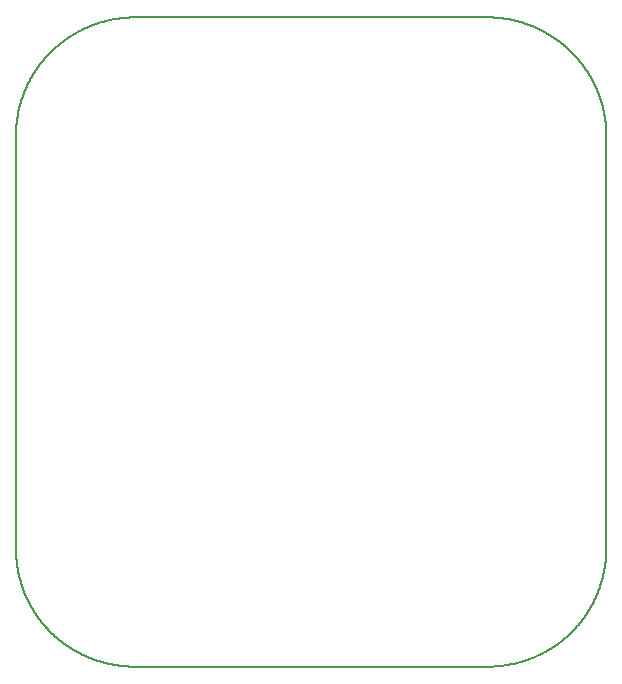
<source format=gm1>
G04 MADE WITH FRITZING*
G04 WWW.FRITZING.ORG*
G04 DOUBLE SIDED*
G04 HOLES PLATED*
G04 CONTOUR ON CENTER OF CONTOUR VECTOR*
%ASAXBY*%
%FSLAX23Y23*%
%MOIN*%
%OFA0B0*%
%SFA1.0B1.0*%
%ADD10C,0.008*%
%LNCONTOUR*%
G90*
G70*
G54D10*
X376Y2165D02*
X377Y2165D01*
X378Y2165D01*
X379Y2165D01*
X380Y2165D01*
X381Y2165D01*
X382Y2165D01*
X383Y2165D01*
X384Y2165D01*
X385Y2165D01*
X386Y2165D01*
X387Y2165D01*
X388Y2165D01*
X389Y2165D01*
X390Y2165D01*
X391Y2165D01*
X392Y2165D01*
X393Y2165D01*
X394Y2165D01*
X395Y2165D01*
X396Y2165D01*
X397Y2165D01*
X398Y2165D01*
X399Y2165D01*
X400Y2165D01*
X401Y2165D01*
X402Y2165D01*
X403Y2165D01*
X404Y2165D01*
X405Y2165D01*
X406Y2165D01*
X407Y2165D01*
X408Y2165D01*
X409Y2165D01*
X410Y2165D01*
X411Y2165D01*
X412Y2165D01*
X413Y2165D01*
X414Y2165D01*
X415Y2165D01*
X416Y2165D01*
X417Y2165D01*
X418Y2165D01*
X419Y2165D01*
X420Y2165D01*
X421Y2165D01*
X422Y2165D01*
X423Y2165D01*
X424Y2165D01*
X425Y2165D01*
X426Y2165D01*
X427Y2165D01*
X428Y2165D01*
X429Y2165D01*
X430Y2165D01*
X431Y2165D01*
X432Y2165D01*
X433Y2165D01*
X434Y2165D01*
X435Y2165D01*
X436Y2165D01*
X437Y2165D01*
X438Y2165D01*
X439Y2165D01*
X440Y2165D01*
X441Y2165D01*
X442Y2165D01*
X443Y2165D01*
X444Y2165D01*
X445Y2165D01*
X446Y2165D01*
X447Y2165D01*
X448Y2165D01*
X449Y2165D01*
X450Y2165D01*
X451Y2165D01*
X452Y2165D01*
X453Y2165D01*
X454Y2165D01*
X455Y2165D01*
X456Y2165D01*
X457Y2165D01*
X458Y2165D01*
X459Y2165D01*
X460Y2165D01*
X461Y2165D01*
X462Y2165D01*
X463Y2165D01*
X464Y2165D01*
X465Y2165D01*
X466Y2165D01*
X467Y2165D01*
X468Y2165D01*
X469Y2165D01*
X470Y2165D01*
X471Y2165D01*
X472Y2165D01*
X473Y2165D01*
X474Y2165D01*
X475Y2165D01*
X476Y2165D01*
X477Y2165D01*
X478Y2165D01*
X479Y2165D01*
X480Y2165D01*
X481Y2165D01*
X482Y2165D01*
X483Y2165D01*
X484Y2165D01*
X485Y2165D01*
X486Y2165D01*
X487Y2165D01*
X488Y2165D01*
X489Y2165D01*
X490Y2165D01*
X491Y2165D01*
X492Y2165D01*
X493Y2165D01*
X494Y2165D01*
X495Y2165D01*
X496Y2165D01*
X497Y2165D01*
X498Y2165D01*
X499Y2165D01*
X500Y2165D01*
X501Y2165D01*
X502Y2165D01*
X503Y2165D01*
X504Y2165D01*
X505Y2165D01*
X506Y2165D01*
X507Y2165D01*
X508Y2165D01*
X509Y2165D01*
X510Y2165D01*
X511Y2165D01*
X512Y2165D01*
X513Y2165D01*
X514Y2165D01*
X515Y2165D01*
X516Y2165D01*
X517Y2165D01*
X518Y2165D01*
X519Y2165D01*
X520Y2165D01*
X521Y2165D01*
X522Y2165D01*
X523Y2165D01*
X524Y2165D01*
X525Y2165D01*
X526Y2165D01*
X527Y2165D01*
X528Y2165D01*
X529Y2165D01*
X530Y2165D01*
X531Y2165D01*
X532Y2165D01*
X533Y2165D01*
X534Y2165D01*
X535Y2165D01*
X536Y2165D01*
X537Y2165D01*
X538Y2165D01*
X539Y2165D01*
X540Y2165D01*
X541Y2165D01*
X542Y2165D01*
X543Y2165D01*
X544Y2165D01*
X545Y2165D01*
X546Y2165D01*
X547Y2165D01*
X548Y2165D01*
X549Y2165D01*
X550Y2165D01*
X551Y2165D01*
X552Y2165D01*
X553Y2165D01*
X554Y2165D01*
X555Y2165D01*
X556Y2165D01*
X557Y2165D01*
X558Y2165D01*
X559Y2165D01*
X560Y2165D01*
X561Y2165D01*
X562Y2165D01*
X563Y2165D01*
X564Y2165D01*
X565Y2165D01*
X566Y2165D01*
X567Y2165D01*
X568Y2165D01*
X569Y2165D01*
X570Y2165D01*
X571Y2165D01*
X572Y2165D01*
X573Y2165D01*
X574Y2165D01*
X575Y2165D01*
X576Y2165D01*
X577Y2165D01*
X578Y2165D01*
X579Y2165D01*
X580Y2165D01*
X581Y2165D01*
X582Y2165D01*
X583Y2165D01*
X584Y2165D01*
X585Y2165D01*
X586Y2165D01*
X587Y2165D01*
X588Y2165D01*
X589Y2165D01*
X590Y2165D01*
X591Y2165D01*
X592Y2165D01*
X593Y2165D01*
X594Y2165D01*
X595Y2165D01*
X596Y2165D01*
X597Y2165D01*
X598Y2165D01*
X599Y2165D01*
X600Y2165D01*
X601Y2165D01*
X602Y2165D01*
X603Y2165D01*
X604Y2165D01*
X605Y2165D01*
X606Y2165D01*
X607Y2165D01*
X608Y2165D01*
X609Y2165D01*
X610Y2165D01*
X611Y2165D01*
X612Y2165D01*
X613Y2165D01*
X614Y2165D01*
X615Y2165D01*
X616Y2165D01*
X617Y2165D01*
X618Y2165D01*
X619Y2165D01*
X620Y2165D01*
X621Y2165D01*
X622Y2165D01*
X623Y2165D01*
X624Y2165D01*
X625Y2165D01*
X626Y2165D01*
X627Y2165D01*
X628Y2165D01*
X629Y2165D01*
X630Y2165D01*
X631Y2165D01*
X632Y2165D01*
X633Y2165D01*
X634Y2165D01*
X635Y2165D01*
X636Y2165D01*
X637Y2165D01*
X638Y2165D01*
X639Y2165D01*
X640Y2165D01*
X641Y2165D01*
X642Y2165D01*
X643Y2165D01*
X644Y2165D01*
X645Y2165D01*
X646Y2165D01*
X647Y2165D01*
X648Y2165D01*
X649Y2165D01*
X650Y2165D01*
X651Y2165D01*
X652Y2165D01*
X653Y2165D01*
X654Y2165D01*
X655Y2165D01*
X656Y2165D01*
X657Y2165D01*
X658Y2165D01*
X659Y2165D01*
X660Y2165D01*
X661Y2165D01*
X662Y2165D01*
X663Y2165D01*
X664Y2165D01*
X665Y2165D01*
X666Y2165D01*
X667Y2165D01*
X668Y2165D01*
X669Y2165D01*
X670Y2165D01*
X671Y2165D01*
X672Y2165D01*
X673Y2165D01*
X674Y2165D01*
X675Y2165D01*
X676Y2165D01*
X677Y2165D01*
X678Y2165D01*
X679Y2165D01*
X680Y2165D01*
X681Y2165D01*
X682Y2165D01*
X683Y2165D01*
X684Y2165D01*
X685Y2165D01*
X686Y2165D01*
X687Y2165D01*
X688Y2165D01*
X689Y2165D01*
X690Y2165D01*
X691Y2165D01*
X692Y2165D01*
X693Y2165D01*
X694Y2165D01*
X695Y2165D01*
X696Y2165D01*
X697Y2165D01*
X698Y2165D01*
X699Y2165D01*
X700Y2165D01*
X701Y2165D01*
X702Y2165D01*
X703Y2165D01*
X704Y2165D01*
X705Y2165D01*
X706Y2165D01*
X707Y2165D01*
X708Y2165D01*
X709Y2165D01*
X710Y2165D01*
X711Y2165D01*
X712Y2165D01*
X713Y2165D01*
X714Y2165D01*
X715Y2165D01*
X716Y2165D01*
X717Y2165D01*
X718Y2165D01*
X719Y2165D01*
X720Y2165D01*
X721Y2165D01*
X722Y2165D01*
X723Y2165D01*
X724Y2165D01*
X725Y2165D01*
X726Y2165D01*
X727Y2165D01*
X728Y2165D01*
X729Y2165D01*
X730Y2165D01*
X731Y2165D01*
X732Y2165D01*
X733Y2165D01*
X734Y2165D01*
X735Y2165D01*
X736Y2165D01*
X737Y2165D01*
X738Y2165D01*
X739Y2165D01*
X740Y2165D01*
X741Y2165D01*
X742Y2165D01*
X743Y2165D01*
X744Y2165D01*
X745Y2165D01*
X746Y2165D01*
X747Y2165D01*
X748Y2165D01*
X749Y2165D01*
X750Y2165D01*
X751Y2165D01*
X752Y2165D01*
X753Y2165D01*
X754Y2165D01*
X755Y2165D01*
X756Y2165D01*
X757Y2165D01*
X758Y2165D01*
X759Y2165D01*
X760Y2165D01*
X761Y2165D01*
X762Y2165D01*
X763Y2165D01*
X764Y2165D01*
X765Y2165D01*
X766Y2165D01*
X767Y2165D01*
X768Y2165D01*
X769Y2165D01*
X770Y2165D01*
X771Y2165D01*
X772Y2165D01*
X773Y2165D01*
X774Y2165D01*
X775Y2165D01*
X776Y2165D01*
X777Y2165D01*
X778Y2165D01*
X779Y2165D01*
X780Y2165D01*
X781Y2165D01*
X782Y2165D01*
X783Y2165D01*
X784Y2165D01*
X785Y2165D01*
X786Y2165D01*
X787Y2165D01*
X788Y2165D01*
X789Y2165D01*
X790Y2165D01*
X791Y2165D01*
X792Y2165D01*
X793Y2165D01*
X794Y2165D01*
X795Y2165D01*
X796Y2165D01*
X797Y2165D01*
X798Y2165D01*
X799Y2165D01*
X800Y2165D01*
X801Y2165D01*
X802Y2165D01*
X803Y2165D01*
X804Y2165D01*
X805Y2165D01*
X806Y2165D01*
X807Y2165D01*
X808Y2165D01*
X809Y2165D01*
X810Y2165D01*
X811Y2165D01*
X812Y2165D01*
X813Y2165D01*
X814Y2165D01*
X815Y2165D01*
X816Y2165D01*
X817Y2165D01*
X818Y2165D01*
X819Y2165D01*
X820Y2165D01*
X821Y2165D01*
X822Y2165D01*
X823Y2165D01*
X824Y2165D01*
X825Y2165D01*
X826Y2165D01*
X827Y2165D01*
X828Y2165D01*
X829Y2165D01*
X830Y2165D01*
X831Y2165D01*
X832Y2165D01*
X833Y2165D01*
X834Y2165D01*
X835Y2165D01*
X836Y2165D01*
X837Y2165D01*
X838Y2165D01*
X839Y2165D01*
X840Y2165D01*
X841Y2165D01*
X842Y2165D01*
X843Y2165D01*
X844Y2165D01*
X845Y2165D01*
X846Y2165D01*
X847Y2165D01*
X848Y2165D01*
X849Y2165D01*
X850Y2165D01*
X851Y2165D01*
X852Y2165D01*
X853Y2165D01*
X854Y2165D01*
X855Y2165D01*
X856Y2165D01*
X857Y2165D01*
X858Y2165D01*
X859Y2165D01*
X860Y2165D01*
X861Y2165D01*
X862Y2165D01*
X863Y2165D01*
X864Y2165D01*
X865Y2165D01*
X866Y2165D01*
X867Y2165D01*
X868Y2165D01*
X869Y2165D01*
X870Y2165D01*
X871Y2165D01*
X872Y2165D01*
X873Y2165D01*
X874Y2165D01*
X875Y2165D01*
X876Y2165D01*
X877Y2165D01*
X878Y2165D01*
X879Y2165D01*
X880Y2165D01*
X881Y2165D01*
X882Y2165D01*
X883Y2165D01*
X884Y2165D01*
X885Y2165D01*
X886Y2165D01*
X887Y2165D01*
X888Y2165D01*
X889Y2165D01*
X890Y2165D01*
X891Y2165D01*
X892Y2165D01*
X893Y2165D01*
X894Y2165D01*
X895Y2165D01*
X896Y2165D01*
X897Y2165D01*
X898Y2165D01*
X899Y2165D01*
X900Y2165D01*
X901Y2165D01*
X902Y2165D01*
X903Y2165D01*
X904Y2165D01*
X905Y2165D01*
X906Y2165D01*
X907Y2165D01*
X908Y2165D01*
X909Y2165D01*
X910Y2165D01*
X911Y2165D01*
X912Y2165D01*
X913Y2165D01*
X914Y2165D01*
X915Y2165D01*
X916Y2165D01*
X917Y2165D01*
X918Y2165D01*
X919Y2165D01*
X920Y2165D01*
X921Y2165D01*
X922Y2165D01*
X923Y2165D01*
X924Y2165D01*
X925Y2165D01*
X926Y2165D01*
X927Y2165D01*
X928Y2165D01*
X929Y2165D01*
X930Y2165D01*
X931Y2165D01*
X932Y2165D01*
X933Y2165D01*
X934Y2165D01*
X935Y2165D01*
X936Y2165D01*
X937Y2165D01*
X938Y2165D01*
X939Y2165D01*
X940Y2165D01*
X941Y2165D01*
X942Y2165D01*
X943Y2165D01*
X944Y2165D01*
X945Y2165D01*
X946Y2165D01*
X947Y2165D01*
X948Y2165D01*
X949Y2165D01*
X950Y2165D01*
X951Y2165D01*
X952Y2165D01*
X953Y2165D01*
X954Y2165D01*
X955Y2165D01*
X956Y2165D01*
X957Y2165D01*
X958Y2165D01*
X959Y2165D01*
X960Y2165D01*
X961Y2165D01*
X962Y2165D01*
X963Y2165D01*
X964Y2165D01*
X965Y2165D01*
X966Y2165D01*
X967Y2165D01*
X968Y2165D01*
X969Y2165D01*
X970Y2165D01*
X971Y2165D01*
X972Y2165D01*
X973Y2165D01*
X974Y2165D01*
X975Y2165D01*
X976Y2165D01*
X977Y2165D01*
X978Y2165D01*
X979Y2165D01*
X980Y2165D01*
X981Y2165D01*
X982Y2165D01*
X983Y2165D01*
X984Y2165D01*
X985Y2165D01*
X986Y2165D01*
X987Y2165D01*
X988Y2165D01*
X989Y2165D01*
X990Y2165D01*
X991Y2165D01*
X992Y2165D01*
X993Y2165D01*
X994Y2165D01*
X995Y2165D01*
X996Y2165D01*
X997Y2165D01*
X998Y2165D01*
X999Y2165D01*
X1000Y2165D01*
X1001Y2165D01*
X1002Y2165D01*
X1003Y2165D01*
X1004Y2165D01*
X1005Y2165D01*
X1006Y2165D01*
X1007Y2165D01*
X1008Y2165D01*
X1009Y2165D01*
X1010Y2165D01*
X1011Y2165D01*
X1012Y2165D01*
X1013Y2165D01*
X1014Y2165D01*
X1015Y2165D01*
X1016Y2165D01*
X1017Y2165D01*
X1018Y2165D01*
X1019Y2165D01*
X1020Y2165D01*
X1021Y2165D01*
X1022Y2165D01*
X1023Y2165D01*
X1024Y2165D01*
X1025Y2165D01*
X1026Y2165D01*
X1027Y2165D01*
X1028Y2165D01*
X1029Y2165D01*
X1030Y2165D01*
X1031Y2165D01*
X1032Y2165D01*
X1033Y2165D01*
X1034Y2165D01*
X1035Y2165D01*
X1036Y2165D01*
X1037Y2165D01*
X1038Y2165D01*
X1039Y2165D01*
X1040Y2165D01*
X1041Y2165D01*
X1042Y2165D01*
X1043Y2165D01*
X1044Y2165D01*
X1045Y2165D01*
X1046Y2165D01*
X1047Y2165D01*
X1048Y2165D01*
X1049Y2165D01*
X1050Y2165D01*
X1051Y2165D01*
X1052Y2165D01*
X1053Y2165D01*
X1054Y2165D01*
X1055Y2165D01*
X1056Y2165D01*
X1057Y2165D01*
X1058Y2165D01*
X1059Y2165D01*
X1060Y2165D01*
X1061Y2165D01*
X1062Y2165D01*
X1063Y2165D01*
X1064Y2165D01*
X1065Y2165D01*
X1066Y2165D01*
X1067Y2165D01*
X1068Y2165D01*
X1069Y2165D01*
X1070Y2165D01*
X1071Y2165D01*
X1072Y2165D01*
X1073Y2165D01*
X1074Y2165D01*
X1075Y2165D01*
X1076Y2165D01*
X1077Y2165D01*
X1078Y2165D01*
X1079Y2165D01*
X1080Y2165D01*
X1081Y2165D01*
X1082Y2165D01*
X1083Y2165D01*
X1084Y2165D01*
X1085Y2165D01*
X1086Y2165D01*
X1087Y2165D01*
X1088Y2165D01*
X1089Y2165D01*
X1090Y2165D01*
X1091Y2165D01*
X1092Y2165D01*
X1093Y2165D01*
X1094Y2165D01*
X1095Y2165D01*
X1096Y2165D01*
X1097Y2165D01*
X1098Y2165D01*
X1099Y2165D01*
X1100Y2165D01*
X1101Y2165D01*
X1102Y2165D01*
X1103Y2165D01*
X1104Y2165D01*
X1105Y2165D01*
X1106Y2165D01*
X1107Y2165D01*
X1108Y2165D01*
X1109Y2165D01*
X1110Y2165D01*
X1111Y2165D01*
X1112Y2165D01*
X1113Y2165D01*
X1114Y2165D01*
X1115Y2165D01*
X1116Y2165D01*
X1117Y2165D01*
X1118Y2165D01*
X1119Y2165D01*
X1120Y2165D01*
X1121Y2165D01*
X1122Y2165D01*
X1123Y2165D01*
X1124Y2165D01*
X1125Y2165D01*
X1126Y2165D01*
X1127Y2165D01*
X1128Y2165D01*
X1129Y2165D01*
X1130Y2165D01*
X1131Y2165D01*
X1132Y2165D01*
X1133Y2165D01*
X1134Y2165D01*
X1135Y2165D01*
X1136Y2165D01*
X1137Y2165D01*
X1138Y2165D01*
X1139Y2165D01*
X1140Y2165D01*
X1141Y2165D01*
X1142Y2165D01*
X1143Y2165D01*
X1144Y2165D01*
X1145Y2165D01*
X1146Y2165D01*
X1147Y2165D01*
X1148Y2165D01*
X1149Y2165D01*
X1150Y2165D01*
X1151Y2165D01*
X1152Y2165D01*
X1153Y2165D01*
X1154Y2165D01*
X1155Y2165D01*
X1156Y2165D01*
X1157Y2165D01*
X1158Y2165D01*
X1159Y2165D01*
X1160Y2165D01*
X1161Y2165D01*
X1162Y2165D01*
X1163Y2165D01*
X1164Y2165D01*
X1165Y2165D01*
X1166Y2165D01*
X1167Y2165D01*
X1168Y2165D01*
X1169Y2165D01*
X1170Y2165D01*
X1171Y2165D01*
X1172Y2165D01*
X1173Y2165D01*
X1174Y2165D01*
X1175Y2165D01*
X1176Y2165D01*
X1177Y2165D01*
X1178Y2165D01*
X1179Y2165D01*
X1180Y2165D01*
X1181Y2165D01*
X1182Y2165D01*
X1183Y2165D01*
X1184Y2165D01*
X1185Y2165D01*
X1186Y2165D01*
X1187Y2165D01*
X1188Y2165D01*
X1189Y2165D01*
X1190Y2165D01*
X1191Y2165D01*
X1192Y2165D01*
X1193Y2165D01*
X1194Y2165D01*
X1195Y2165D01*
X1196Y2165D01*
X1197Y2165D01*
X1198Y2165D01*
X1199Y2165D01*
X1200Y2165D01*
X1201Y2165D01*
X1202Y2165D01*
X1203Y2165D01*
X1204Y2165D01*
X1205Y2165D01*
X1206Y2165D01*
X1207Y2165D01*
X1208Y2165D01*
X1209Y2165D01*
X1210Y2165D01*
X1211Y2165D01*
X1212Y2165D01*
X1213Y2165D01*
X1214Y2165D01*
X1215Y2165D01*
X1216Y2165D01*
X1217Y2165D01*
X1218Y2165D01*
X1219Y2165D01*
X1220Y2165D01*
X1221Y2165D01*
X1222Y2165D01*
X1223Y2165D01*
X1224Y2165D01*
X1225Y2165D01*
X1226Y2165D01*
X1227Y2165D01*
X1228Y2165D01*
X1229Y2165D01*
X1230Y2165D01*
X1231Y2165D01*
X1232Y2165D01*
X1233Y2165D01*
X1234Y2165D01*
X1235Y2165D01*
X1236Y2165D01*
X1237Y2165D01*
X1238Y2165D01*
X1239Y2165D01*
X1240Y2165D01*
X1241Y2165D01*
X1242Y2165D01*
X1243Y2165D01*
X1244Y2165D01*
X1245Y2165D01*
X1246Y2165D01*
X1247Y2165D01*
X1248Y2165D01*
X1249Y2165D01*
X1250Y2165D01*
X1251Y2165D01*
X1252Y2165D01*
X1253Y2165D01*
X1254Y2165D01*
X1255Y2165D01*
X1256Y2165D01*
X1257Y2165D01*
X1258Y2165D01*
X1259Y2165D01*
X1260Y2165D01*
X1261Y2165D01*
X1262Y2165D01*
X1263Y2165D01*
X1264Y2165D01*
X1265Y2165D01*
X1266Y2165D01*
X1267Y2165D01*
X1268Y2165D01*
X1269Y2165D01*
X1270Y2165D01*
X1271Y2165D01*
X1272Y2165D01*
X1273Y2165D01*
X1274Y2165D01*
X1275Y2165D01*
X1276Y2165D01*
X1277Y2165D01*
X1278Y2165D01*
X1279Y2165D01*
X1280Y2165D01*
X1281Y2165D01*
X1282Y2165D01*
X1283Y2165D01*
X1284Y2165D01*
X1285Y2165D01*
X1286Y2165D01*
X1287Y2165D01*
X1288Y2165D01*
X1289Y2165D01*
X1290Y2165D01*
X1291Y2165D01*
X1292Y2165D01*
X1293Y2165D01*
X1294Y2165D01*
X1295Y2165D01*
X1296Y2165D01*
X1297Y2165D01*
X1298Y2165D01*
X1299Y2165D01*
X1300Y2165D01*
X1301Y2165D01*
X1302Y2165D01*
X1303Y2165D01*
X1304Y2165D01*
X1305Y2165D01*
X1306Y2165D01*
X1307Y2165D01*
X1308Y2165D01*
X1309Y2165D01*
X1310Y2165D01*
X1311Y2165D01*
X1312Y2165D01*
X1313Y2165D01*
X1314Y2165D01*
X1315Y2165D01*
X1316Y2165D01*
X1317Y2165D01*
X1318Y2165D01*
X1319Y2165D01*
X1320Y2165D01*
X1321Y2165D01*
X1322Y2165D01*
X1323Y2165D01*
X1324Y2165D01*
X1325Y2165D01*
X1326Y2165D01*
X1327Y2165D01*
X1328Y2165D01*
X1329Y2165D01*
X1330Y2165D01*
X1331Y2165D01*
X1332Y2165D01*
X1333Y2165D01*
X1334Y2165D01*
X1335Y2165D01*
X1336Y2165D01*
X1337Y2165D01*
X1338Y2165D01*
X1339Y2165D01*
X1340Y2165D01*
X1341Y2165D01*
X1342Y2165D01*
X1343Y2165D01*
X1344Y2165D01*
X1345Y2165D01*
X1346Y2165D01*
X1347Y2165D01*
X1348Y2165D01*
X1349Y2165D01*
X1350Y2165D01*
X1351Y2165D01*
X1352Y2165D01*
X1353Y2165D01*
X1354Y2165D01*
X1355Y2165D01*
X1356Y2165D01*
X1357Y2165D01*
X1358Y2165D01*
X1359Y2165D01*
X1360Y2165D01*
X1361Y2165D01*
X1362Y2165D01*
X1363Y2165D01*
X1364Y2165D01*
X1365Y2165D01*
X1366Y2165D01*
X1367Y2165D01*
X1368Y2165D01*
X1369Y2165D01*
X1370Y2165D01*
X1371Y2165D01*
X1372Y2165D01*
X1373Y2165D01*
X1374Y2165D01*
X1375Y2165D01*
X1376Y2165D01*
X1377Y2165D01*
X1378Y2165D01*
X1379Y2165D01*
X1380Y2165D01*
X1381Y2165D01*
X1382Y2165D01*
X1383Y2165D01*
X1384Y2165D01*
X1385Y2165D01*
X1386Y2165D01*
X1387Y2165D01*
X1388Y2165D01*
X1389Y2165D01*
X1390Y2165D01*
X1391Y2165D01*
X1392Y2165D01*
X1393Y2165D01*
X1394Y2165D01*
X1395Y2165D01*
X1396Y2165D01*
X1397Y2165D01*
X1398Y2165D01*
X1399Y2165D01*
X1400Y2165D01*
X1401Y2165D01*
X1402Y2165D01*
X1403Y2165D01*
X1404Y2165D01*
X1405Y2165D01*
X1406Y2165D01*
X1407Y2165D01*
X1408Y2165D01*
X1409Y2165D01*
X1410Y2165D01*
X1411Y2165D01*
X1412Y2165D01*
X1413Y2165D01*
X1414Y2165D01*
X1415Y2165D01*
X1416Y2165D01*
X1417Y2165D01*
X1418Y2165D01*
X1419Y2165D01*
X1420Y2165D01*
X1421Y2165D01*
X1422Y2165D01*
X1423Y2165D01*
X1424Y2165D01*
X1425Y2165D01*
X1426Y2165D01*
X1427Y2165D01*
X1428Y2165D01*
X1429Y2165D01*
X1430Y2165D01*
X1431Y2165D01*
X1432Y2165D01*
X1433Y2165D01*
X1434Y2165D01*
X1435Y2165D01*
X1436Y2165D01*
X1437Y2165D01*
X1438Y2165D01*
X1439Y2165D01*
X1440Y2165D01*
X1441Y2165D01*
X1442Y2165D01*
X1443Y2165D01*
X1444Y2165D01*
X1445Y2165D01*
X1446Y2165D01*
X1447Y2165D01*
X1448Y2165D01*
X1449Y2165D01*
X1450Y2165D01*
X1451Y2165D01*
X1452Y2165D01*
X1453Y2165D01*
X1454Y2165D01*
X1455Y2165D01*
X1456Y2165D01*
X1457Y2165D01*
X1458Y2165D01*
X1459Y2165D01*
X1460Y2165D01*
X1461Y2165D01*
X1462Y2165D01*
X1463Y2165D01*
X1464Y2165D01*
X1465Y2165D01*
X1466Y2165D01*
X1467Y2165D01*
X1468Y2165D01*
X1469Y2165D01*
X1470Y2165D01*
X1471Y2165D01*
X1472Y2165D01*
X1473Y2165D01*
X1474Y2165D01*
X1475Y2165D01*
X1476Y2165D01*
X1477Y2165D01*
X1478Y2165D01*
X1479Y2165D01*
X1480Y2165D01*
X1481Y2165D01*
X1482Y2165D01*
X1483Y2165D01*
X1484Y2165D01*
X1485Y2165D01*
X1486Y2165D01*
X1487Y2165D01*
X1488Y2165D01*
X1489Y2165D01*
X1490Y2165D01*
X1491Y2165D01*
X1492Y2165D01*
X1493Y2165D01*
X1494Y2165D01*
X1495Y2165D01*
X1496Y2165D01*
X1497Y2165D01*
X1498Y2165D01*
X1499Y2165D01*
X1500Y2165D01*
X1501Y2165D01*
X1502Y2165D01*
X1503Y2165D01*
X1504Y2165D01*
X1505Y2165D01*
X1506Y2165D01*
X1507Y2165D01*
X1508Y2165D01*
X1509Y2165D01*
X1510Y2165D01*
X1511Y2165D01*
X1512Y2165D01*
X1513Y2165D01*
X1514Y2165D01*
X1515Y2165D01*
X1516Y2165D01*
X1517Y2165D01*
X1518Y2165D01*
X1519Y2165D01*
X1520Y2165D01*
X1521Y2165D01*
X1522Y2165D01*
X1523Y2165D01*
X1524Y2165D01*
X1525Y2165D01*
X1526Y2165D01*
X1527Y2165D01*
X1528Y2165D01*
X1529Y2165D01*
X1530Y2165D01*
X1531Y2165D01*
X1532Y2165D01*
X1533Y2165D01*
X1534Y2165D01*
X1535Y2165D01*
X1536Y2165D01*
X1537Y2165D01*
X1538Y2165D01*
X1539Y2165D01*
X1540Y2165D01*
X1541Y2165D01*
X1542Y2165D01*
X1543Y2165D01*
X1544Y2165D01*
X1545Y2165D01*
X1546Y2165D01*
X1547Y2165D01*
X1548Y2165D01*
X1549Y2165D01*
X1550Y2165D01*
X1551Y2165D01*
X1552Y2165D01*
X1553Y2165D01*
X1554Y2165D01*
X1555Y2165D01*
X1556Y2165D01*
X1557Y2165D01*
X1558Y2165D01*
X1559Y2165D01*
X1560Y2165D01*
X1561Y2165D01*
X1562Y2165D01*
X1563Y2165D01*
X1564Y2165D01*
X1565Y2165D01*
X1566Y2165D01*
X1567Y2165D01*
X1568Y2165D01*
X1569Y2165D01*
X1570Y2165D01*
X1571Y2165D01*
X1572Y2165D01*
X1573Y2165D01*
X1574Y2165D01*
X1575Y2165D01*
X1576Y2165D01*
X1577Y2165D01*
X1578Y2165D01*
X1579Y2165D01*
X1580Y2165D01*
X1581Y2165D01*
X1582Y2165D01*
X1583Y2165D01*
X1584Y2165D01*
X1585Y2165D01*
X1586Y2165D01*
X1587Y2165D01*
X1588Y2165D01*
X1589Y2165D01*
X1590Y2165D01*
X1591Y2165D01*
X1592Y2164D01*
X1593Y2164D01*
X1594Y2164D01*
X1595Y2164D01*
X1596Y2164D01*
X1597Y2164D01*
X1598Y2164D01*
X1599Y2164D01*
X1600Y2164D01*
X1601Y2164D01*
X1602Y2164D01*
X1603Y2164D01*
X1604Y2164D01*
X1605Y2164D01*
X1606Y2164D01*
X1607Y2163D01*
X1608Y2163D01*
X1609Y2163D01*
X1610Y2163D01*
X1611Y2163D01*
X1612Y2163D01*
X1613Y2163D01*
X1614Y2163D01*
X1615Y2163D01*
X1616Y2163D01*
X1617Y2162D01*
X1618Y2162D01*
X1619Y2162D01*
X1620Y2162D01*
X1621Y2162D01*
X1622Y2162D01*
X1623Y2162D01*
X1624Y2162D01*
X1625Y2161D01*
X1626Y2161D01*
X1627Y2161D01*
X1628Y2161D01*
X1629Y2161D01*
X1630Y2161D01*
X1631Y2161D01*
X1632Y2160D01*
X1633Y2160D01*
X1634Y2160D01*
X1635Y2160D01*
X1636Y2160D01*
X1637Y2160D01*
X1638Y2159D01*
X1639Y2159D01*
X1640Y2159D01*
X1641Y2159D01*
X1642Y2159D01*
X1643Y2159D01*
X1644Y2158D01*
X1645Y2158D01*
X1646Y2158D01*
X1647Y2158D01*
X1648Y2158D01*
X1649Y2157D01*
X1650Y2157D01*
X1651Y2157D01*
X1652Y2157D01*
X1653Y2157D01*
X1654Y2156D01*
X1655Y2156D01*
X1656Y2156D01*
X1657Y2156D01*
X1658Y2156D01*
X1659Y2155D01*
X1660Y2155D01*
X1661Y2155D01*
X1662Y2155D01*
X1663Y2154D01*
X1664Y2154D01*
X1665Y2154D01*
X1666Y2154D01*
X1667Y2153D01*
X1668Y2153D01*
X1669Y2153D01*
X1670Y2153D01*
X1671Y2152D01*
X1672Y2152D01*
X1673Y2152D01*
X1674Y2152D01*
X1675Y2151D01*
X1676Y2151D01*
X1677Y2151D01*
X1678Y2151D01*
X1679Y2150D01*
X1680Y2150D01*
X1681Y2150D01*
X1682Y2149D01*
X1683Y2149D01*
X1684Y2149D01*
X1685Y2149D01*
X1686Y2148D01*
X1687Y2148D01*
X1688Y2148D01*
X1689Y2147D01*
X1690Y2147D01*
X1691Y2147D01*
X1692Y2146D01*
X1693Y2146D01*
X1694Y2146D01*
X1695Y2145D01*
X1696Y2145D01*
X1697Y2145D01*
X1698Y2144D01*
X1699Y2144D01*
X1700Y2144D01*
X1701Y2143D01*
X1702Y2143D01*
X1703Y2143D01*
X1704Y2142D01*
X1705Y2142D01*
X1706Y2142D01*
X1707Y2141D01*
X1708Y2141D01*
X1709Y2141D01*
X1710Y2140D01*
X1711Y2140D01*
X1712Y2139D01*
X1713Y2139D01*
X1714Y2139D01*
X1715Y2138D01*
X1716Y2138D01*
X1717Y2137D01*
X1718Y2137D01*
X1719Y2137D01*
X1720Y2136D01*
X1721Y2136D01*
X1722Y2136D01*
X1723Y2135D01*
X1724Y2135D01*
X1725Y2134D01*
X1726Y2134D01*
X1727Y2133D01*
X1728Y2133D01*
X1729Y2133D01*
X1730Y2132D01*
X1731Y2132D01*
X1732Y2131D01*
X1733Y2131D01*
X1734Y2130D01*
X1735Y2130D01*
X1736Y2129D01*
X1737Y2129D01*
X1738Y2129D01*
X1739Y2128D01*
X1740Y2128D01*
X1741Y2127D01*
X1742Y2127D01*
X1743Y2126D01*
X1744Y2126D01*
X1745Y2125D01*
X1746Y2125D01*
X1747Y2124D01*
X1748Y2124D01*
X1749Y2123D01*
X1750Y2123D01*
X1751Y2122D01*
X1752Y2122D01*
X1753Y2121D01*
X1754Y2121D01*
X1755Y2120D01*
X1756Y2120D01*
X1757Y2119D01*
X1758Y2119D01*
X1759Y2118D01*
X1760Y2118D01*
X1761Y2117D01*
X1762Y2117D01*
X1763Y2116D01*
X1764Y2115D01*
X1765Y2115D01*
X1766Y2114D01*
X1767Y2114D01*
X1768Y2113D01*
X1769Y2113D01*
X1770Y2112D01*
X1771Y2111D01*
X1772Y2111D01*
X1773Y2110D01*
X1774Y2110D01*
X1775Y2109D01*
X1776Y2109D01*
X1777Y2108D01*
X1778Y2107D01*
X1779Y2107D01*
X1780Y2106D01*
X1781Y2106D01*
X1782Y2105D01*
X1783Y2104D01*
X1784Y2104D01*
X1785Y2103D01*
X1786Y2102D01*
X1787Y2102D01*
X1788Y2101D01*
X1789Y2100D01*
X1790Y2100D01*
X1791Y2099D01*
X1792Y2099D01*
X1793Y2098D01*
X1794Y2097D01*
X1795Y2096D01*
X1796Y2096D01*
X1797Y2095D01*
X1798Y2094D01*
X1799Y2094D01*
X1800Y2093D01*
X1801Y2092D01*
X1802Y2092D01*
X1803Y2091D01*
X1804Y2090D01*
X1805Y2089D01*
X1806Y2089D01*
X1807Y2088D01*
X1808Y2087D01*
X1809Y2087D01*
X1810Y2086D01*
X1811Y2085D01*
X1812Y2084D01*
X1813Y2083D01*
X1814Y2083D01*
X1815Y2082D01*
X1816Y2081D01*
X1817Y2080D01*
X1818Y2080D01*
X1819Y2079D01*
X1820Y2078D01*
X1821Y2077D01*
X1822Y2076D01*
X1823Y2076D01*
X1824Y2075D01*
X1825Y2074D01*
X1826Y2073D01*
X1827Y2072D01*
X1828Y2071D01*
X1829Y2071D01*
X1830Y2070D01*
X1831Y2069D01*
X1832Y2068D01*
X1833Y2067D01*
X1834Y2066D01*
X1835Y2065D01*
X1836Y2065D01*
X1837Y2064D01*
X1838Y2063D01*
X1839Y2062D01*
X1840Y2061D01*
X1841Y2060D01*
X1842Y2059D01*
X1843Y2058D01*
X1844Y2057D01*
X1845Y2056D01*
X1846Y2055D01*
X1847Y2054D01*
X1848Y2053D01*
X1849Y2052D01*
X1850Y2052D01*
X1851Y2051D01*
X1852Y2050D01*
X1853Y2049D01*
X1854Y2048D01*
X1854Y2047D01*
X1855Y2046D01*
X1856Y2045D01*
X1857Y2044D01*
X1858Y2043D01*
X1859Y2042D01*
X1860Y2041D01*
X1861Y2040D01*
X1862Y2039D01*
X1863Y2038D01*
X1864Y2037D01*
X1865Y2036D01*
X1866Y2035D01*
X1867Y2034D01*
X1868Y2033D01*
X1868Y2032D01*
X1869Y2031D01*
X1870Y2030D01*
X1871Y2029D01*
X1872Y2028D01*
X1873Y2027D01*
X1874Y2026D01*
X1875Y2025D01*
X1875Y2024D01*
X1876Y2023D01*
X1877Y2022D01*
X1878Y2021D01*
X1879Y2020D01*
X1880Y2019D01*
X1880Y2018D01*
X1881Y2017D01*
X1882Y2016D01*
X1883Y2015D01*
X1883Y2014D01*
X1884Y2013D01*
X1885Y2012D01*
X1886Y2011D01*
X1887Y2010D01*
X1887Y2009D01*
X1888Y2008D01*
X1889Y2007D01*
X1890Y2006D01*
X1890Y2005D01*
X1891Y2004D01*
X1892Y2003D01*
X1893Y2002D01*
X1893Y2001D01*
X1894Y2000D01*
X1895Y1999D01*
X1895Y1998D01*
X1896Y1997D01*
X1897Y1996D01*
X1898Y1995D01*
X1898Y1994D01*
X1899Y1993D01*
X1900Y1992D01*
X1900Y1991D01*
X1901Y1990D01*
X1902Y1989D01*
X1902Y1988D01*
X1903Y1987D01*
X1904Y1986D01*
X1904Y1985D01*
X1905Y1984D01*
X1906Y1983D01*
X1906Y1982D01*
X1907Y1981D01*
X1907Y1980D01*
X1908Y1979D01*
X1909Y1978D01*
X1909Y1977D01*
X1910Y1976D01*
X1911Y1975D01*
X1911Y1974D01*
X1912Y1973D01*
X1912Y1972D01*
X1913Y1971D01*
X1913Y1970D01*
X1914Y1969D01*
X1915Y1968D01*
X1915Y1967D01*
X1916Y1966D01*
X1916Y1965D01*
X1917Y1964D01*
X1918Y1963D01*
X1918Y1962D01*
X1919Y1961D01*
X1919Y1960D01*
X1920Y1959D01*
X1920Y1958D01*
X1921Y1957D01*
X1921Y1956D01*
X1922Y1955D01*
X1922Y1954D01*
X1923Y1953D01*
X1923Y1952D01*
X1924Y1951D01*
X1924Y1950D01*
X1925Y1949D01*
X1925Y1948D01*
X1926Y1947D01*
X1926Y1946D01*
X1927Y1945D01*
X1928Y1944D01*
X1928Y1942D01*
X1929Y1941D01*
X1929Y1940D01*
X1930Y1939D01*
X1930Y1938D01*
X1931Y1937D01*
X1931Y1936D01*
X1932Y1935D01*
X1932Y1934D01*
X1933Y1933D01*
X1933Y1931D01*
X1934Y1930D01*
X1934Y1929D01*
X1935Y1928D01*
X1935Y1927D01*
X1936Y1926D01*
X1936Y1925D01*
X1937Y1924D01*
X1937Y1922D01*
X1938Y1921D01*
X1938Y1920D01*
X1939Y1919D01*
X1939Y1917D01*
X1940Y1916D01*
X1940Y1915D01*
X1941Y1914D01*
X1941Y1912D01*
X1942Y1911D01*
X1942Y1910D01*
X1943Y1909D01*
X1943Y1907D01*
X1944Y1906D01*
X1944Y1904D01*
X1945Y1903D01*
X1945Y1901D01*
X1946Y1900D01*
X1946Y1898D01*
X1947Y1897D01*
X1947Y1895D01*
X1948Y1894D01*
X1948Y1892D01*
X1949Y1891D01*
X1949Y1889D01*
X1950Y1888D01*
X1950Y1886D01*
X1951Y1885D01*
X1951Y1882D01*
X1952Y1881D01*
X1952Y1879D01*
X1953Y1878D01*
X1953Y1875D01*
X1954Y1874D01*
X1954Y1872D01*
X1955Y1871D01*
X1955Y1868D01*
X1956Y1867D01*
X1956Y1864D01*
X1957Y1863D01*
X1957Y1859D01*
X1958Y1858D01*
X1958Y1855D01*
X1959Y1854D01*
X1959Y1850D01*
X1960Y1849D01*
X1960Y1845D01*
X1961Y1844D01*
X1961Y1839D01*
X1962Y1838D01*
X1962Y1833D01*
X1963Y1832D01*
X1963Y1826D01*
X1964Y1825D01*
X1964Y1818D01*
X1965Y1817D01*
X1965Y1808D01*
X1966Y1807D01*
X1966Y1794D01*
X1967Y1793D01*
X1967Y373D01*
X1966Y372D01*
X1966Y359D01*
X1965Y358D01*
X1965Y349D01*
X1964Y348D01*
X1964Y341D01*
X1963Y340D01*
X1963Y334D01*
X1962Y333D01*
X1962Y328D01*
X1961Y327D01*
X1961Y322D01*
X1960Y321D01*
X1960Y317D01*
X1959Y316D01*
X1959Y312D01*
X1958Y311D01*
X1958Y308D01*
X1957Y307D01*
X1957Y303D01*
X1956Y302D01*
X1956Y299D01*
X1955Y298D01*
X1955Y295D01*
X1954Y294D01*
X1954Y292D01*
X1953Y291D01*
X1953Y288D01*
X1952Y287D01*
X1952Y285D01*
X1951Y284D01*
X1951Y281D01*
X1950Y280D01*
X1950Y278D01*
X1949Y277D01*
X1949Y275D01*
X1948Y274D01*
X1948Y272D01*
X1947Y271D01*
X1947Y269D01*
X1946Y268D01*
X1946Y266D01*
X1945Y265D01*
X1945Y263D01*
X1944Y262D01*
X1944Y260D01*
X1943Y259D01*
X1943Y257D01*
X1942Y256D01*
X1942Y255D01*
X1941Y254D01*
X1941Y252D01*
X1940Y251D01*
X1940Y250D01*
X1939Y249D01*
X1939Y247D01*
X1938Y246D01*
X1938Y245D01*
X1937Y244D01*
X1937Y242D01*
X1936Y241D01*
X1936Y240D01*
X1935Y239D01*
X1935Y238D01*
X1934Y237D01*
X1934Y236D01*
X1933Y235D01*
X1933Y233D01*
X1932Y232D01*
X1932Y231D01*
X1931Y230D01*
X1931Y229D01*
X1930Y228D01*
X1930Y227D01*
X1929Y226D01*
X1929Y225D01*
X1928Y224D01*
X1928Y222D01*
X1927Y221D01*
X1926Y220D01*
X1926Y219D01*
X1925Y218D01*
X1925Y217D01*
X1924Y216D01*
X1924Y215D01*
X1923Y214D01*
X1923Y213D01*
X1922Y212D01*
X1922Y211D01*
X1921Y210D01*
X1921Y209D01*
X1920Y208D01*
X1920Y207D01*
X1919Y206D01*
X1919Y205D01*
X1918Y204D01*
X1918Y203D01*
X1917Y202D01*
X1916Y201D01*
X1916Y200D01*
X1915Y199D01*
X1915Y198D01*
X1914Y197D01*
X1913Y196D01*
X1913Y195D01*
X1912Y194D01*
X1912Y193D01*
X1911Y192D01*
X1911Y191D01*
X1910Y190D01*
X1909Y189D01*
X1909Y188D01*
X1908Y187D01*
X1907Y186D01*
X1907Y185D01*
X1906Y184D01*
X1906Y183D01*
X1905Y182D01*
X1904Y181D01*
X1904Y180D01*
X1903Y179D01*
X1902Y178D01*
X1902Y177D01*
X1901Y176D01*
X1900Y175D01*
X1900Y174D01*
X1899Y173D01*
X1898Y172D01*
X1898Y171D01*
X1897Y170D01*
X1896Y169D01*
X1895Y168D01*
X1895Y167D01*
X1894Y166D01*
X1893Y165D01*
X1893Y164D01*
X1892Y163D01*
X1891Y162D01*
X1890Y161D01*
X1890Y160D01*
X1889Y159D01*
X1888Y158D01*
X1887Y157D01*
X1887Y156D01*
X1886Y155D01*
X1885Y154D01*
X1884Y153D01*
X1883Y152D01*
X1883Y151D01*
X1882Y150D01*
X1881Y149D01*
X1880Y148D01*
X1880Y147D01*
X1879Y146D01*
X1878Y145D01*
X1877Y144D01*
X1876Y143D01*
X1875Y142D01*
X1875Y141D01*
X1874Y140D01*
X1873Y139D01*
X1872Y138D01*
X1871Y137D01*
X1870Y136D01*
X1869Y135D01*
X1868Y134D01*
X1868Y133D01*
X1867Y132D01*
X1866Y131D01*
X1865Y130D01*
X1864Y129D01*
X1863Y128D01*
X1862Y127D01*
X1861Y126D01*
X1860Y125D01*
X1859Y124D01*
X1858Y123D01*
X1857Y122D01*
X1856Y121D01*
X1855Y120D01*
X1854Y119D01*
X1854Y118D01*
X1853Y117D01*
X1852Y116D01*
X1851Y115D01*
X1850Y114D01*
X1849Y114D01*
X1848Y113D01*
X1847Y112D01*
X1846Y111D01*
X1845Y110D01*
X1844Y109D01*
X1843Y108D01*
X1842Y107D01*
X1841Y106D01*
X1840Y105D01*
X1839Y104D01*
X1838Y103D01*
X1837Y102D01*
X1836Y101D01*
X1835Y101D01*
X1834Y100D01*
X1833Y99D01*
X1832Y98D01*
X1831Y97D01*
X1830Y96D01*
X1829Y95D01*
X1828Y95D01*
X1827Y94D01*
X1826Y93D01*
X1825Y92D01*
X1824Y91D01*
X1823Y90D01*
X1822Y90D01*
X1821Y89D01*
X1820Y88D01*
X1819Y87D01*
X1818Y86D01*
X1817Y86D01*
X1816Y85D01*
X1815Y84D01*
X1814Y83D01*
X1813Y83D01*
X1812Y82D01*
X1811Y81D01*
X1810Y80D01*
X1809Y79D01*
X1808Y79D01*
X1807Y78D01*
X1806Y77D01*
X1805Y77D01*
X1804Y76D01*
X1803Y75D01*
X1802Y74D01*
X1801Y74D01*
X1800Y73D01*
X1799Y72D01*
X1798Y72D01*
X1797Y71D01*
X1796Y70D01*
X1795Y70D01*
X1794Y69D01*
X1793Y68D01*
X1792Y67D01*
X1791Y67D01*
X1790Y66D01*
X1789Y66D01*
X1788Y65D01*
X1787Y64D01*
X1786Y64D01*
X1785Y63D01*
X1784Y62D01*
X1783Y62D01*
X1782Y61D01*
X1781Y60D01*
X1780Y60D01*
X1779Y59D01*
X1778Y59D01*
X1777Y58D01*
X1776Y57D01*
X1775Y57D01*
X1774Y56D01*
X1773Y56D01*
X1772Y55D01*
X1771Y55D01*
X1770Y54D01*
X1769Y53D01*
X1768Y53D01*
X1767Y52D01*
X1766Y52D01*
X1765Y51D01*
X1764Y51D01*
X1763Y50D01*
X1762Y49D01*
X1761Y49D01*
X1760Y48D01*
X1759Y48D01*
X1758Y47D01*
X1757Y47D01*
X1756Y46D01*
X1755Y46D01*
X1754Y45D01*
X1753Y45D01*
X1752Y44D01*
X1751Y44D01*
X1750Y43D01*
X1749Y43D01*
X1748Y42D01*
X1747Y42D01*
X1746Y41D01*
X1745Y41D01*
X1744Y40D01*
X1743Y40D01*
X1742Y39D01*
X1741Y39D01*
X1740Y38D01*
X1739Y38D01*
X1738Y37D01*
X1737Y37D01*
X1736Y37D01*
X1735Y36D01*
X1734Y36D01*
X1733Y35D01*
X1732Y35D01*
X1731Y34D01*
X1730Y34D01*
X1729Y33D01*
X1728Y33D01*
X1727Y33D01*
X1726Y32D01*
X1725Y32D01*
X1724Y31D01*
X1723Y31D01*
X1722Y30D01*
X1721Y30D01*
X1720Y30D01*
X1719Y29D01*
X1718Y29D01*
X1717Y29D01*
X1716Y28D01*
X1715Y28D01*
X1714Y27D01*
X1713Y27D01*
X1712Y27D01*
X1711Y26D01*
X1710Y26D01*
X1709Y25D01*
X1708Y25D01*
X1707Y25D01*
X1706Y24D01*
X1705Y24D01*
X1704Y24D01*
X1703Y23D01*
X1702Y23D01*
X1701Y23D01*
X1700Y22D01*
X1699Y22D01*
X1698Y22D01*
X1697Y21D01*
X1696Y21D01*
X1695Y21D01*
X1694Y20D01*
X1693Y20D01*
X1692Y20D01*
X1691Y19D01*
X1690Y19D01*
X1689Y19D01*
X1688Y18D01*
X1687Y18D01*
X1686Y18D01*
X1685Y17D01*
X1684Y17D01*
X1683Y17D01*
X1682Y17D01*
X1681Y16D01*
X1680Y16D01*
X1679Y16D01*
X1678Y15D01*
X1677Y15D01*
X1676Y15D01*
X1675Y15D01*
X1674Y14D01*
X1673Y14D01*
X1672Y14D01*
X1671Y14D01*
X1670Y13D01*
X1669Y13D01*
X1668Y13D01*
X1667Y13D01*
X1666Y12D01*
X1665Y12D01*
X1664Y12D01*
X1663Y12D01*
X1662Y11D01*
X1661Y11D01*
X1660Y11D01*
X1659Y11D01*
X1658Y10D01*
X1657Y10D01*
X1656Y10D01*
X1655Y10D01*
X1654Y10D01*
X1653Y9D01*
X1652Y9D01*
X1651Y9D01*
X1650Y9D01*
X1649Y9D01*
X1648Y8D01*
X1647Y8D01*
X1646Y8D01*
X1645Y8D01*
X1644Y8D01*
X1643Y7D01*
X1642Y7D01*
X1641Y7D01*
X1640Y7D01*
X1639Y7D01*
X1638Y7D01*
X1637Y6D01*
X1636Y6D01*
X1635Y6D01*
X1634Y6D01*
X1633Y6D01*
X1632Y6D01*
X1631Y5D01*
X1630Y5D01*
X1629Y5D01*
X1628Y5D01*
X1627Y5D01*
X1626Y5D01*
X1625Y5D01*
X1624Y4D01*
X1623Y4D01*
X1622Y4D01*
X1621Y4D01*
X1620Y4D01*
X1619Y4D01*
X1618Y4D01*
X1617Y4D01*
X1616Y3D01*
X1615Y3D01*
X1614Y3D01*
X1613Y3D01*
X1612Y3D01*
X1611Y3D01*
X1610Y3D01*
X1609Y3D01*
X1608Y3D01*
X1607Y3D01*
X1606Y3D01*
X1605Y2D01*
X1604Y2D01*
X1603Y2D01*
X1602Y2D01*
X1601Y2D01*
X1600Y2D01*
X1599Y2D01*
X1598Y2D01*
X1597Y2D01*
X1596Y2D01*
X1595Y2D01*
X1594Y2D01*
X1593Y2D01*
X1592Y2D01*
X1591Y1D01*
X1590Y1D01*
X1589Y1D01*
X1588Y1D01*
X1587Y1D01*
X1586Y1D01*
X1585Y1D01*
X1584Y1D01*
X1583Y1D01*
X1582Y1D01*
X1581Y1D01*
X1580Y1D01*
X1579Y1D01*
X1578Y1D01*
X1577Y1D01*
X1576Y1D01*
X1575Y1D01*
X1574Y1D01*
X1573Y1D01*
X1572Y1D01*
X1571Y1D01*
X1570Y1D01*
X1569Y1D01*
X1568Y1D01*
X1567Y1D01*
X1566Y1D01*
X1565Y1D01*
X1564Y1D01*
X1563Y1D01*
X1562Y1D01*
X1561Y1D01*
X1560Y1D01*
X1559Y1D01*
X1558Y1D01*
X1557Y1D01*
X1556Y1D01*
X1555Y1D01*
X1554Y1D01*
X1553Y1D01*
X1552Y1D01*
X1551Y1D01*
X1550Y1D01*
X1549Y1D01*
X1548Y1D01*
X1547Y1D01*
X1546Y1D01*
X1545Y1D01*
X1544Y1D01*
X1543Y1D01*
X1542Y1D01*
X1541Y1D01*
X1540Y1D01*
X1539Y1D01*
X1538Y1D01*
X1537Y1D01*
X1536Y1D01*
X1535Y1D01*
X1534Y1D01*
X1533Y1D01*
X1532Y1D01*
X1531Y1D01*
X1530Y1D01*
X1529Y1D01*
X1528Y1D01*
X1527Y1D01*
X1526Y1D01*
X1525Y1D01*
X1524Y1D01*
X1523Y1D01*
X1522Y1D01*
X1521Y1D01*
X1520Y1D01*
X1519Y1D01*
X1518Y1D01*
X1517Y1D01*
X1516Y1D01*
X1515Y1D01*
X1514Y1D01*
X1513Y1D01*
X1512Y1D01*
X1511Y1D01*
X1510Y1D01*
X1509Y1D01*
X1508Y1D01*
X1507Y1D01*
X1506Y1D01*
X1505Y1D01*
X1504Y1D01*
X1503Y1D01*
X1502Y1D01*
X1501Y1D01*
X1500Y1D01*
X1499Y1D01*
X1498Y1D01*
X1497Y1D01*
X1496Y1D01*
X1495Y1D01*
X1494Y1D01*
X1493Y1D01*
X1492Y1D01*
X1491Y1D01*
X1490Y1D01*
X1489Y1D01*
X1488Y1D01*
X1487Y1D01*
X1486Y1D01*
X1485Y1D01*
X1484Y1D01*
X1483Y1D01*
X1482Y1D01*
X1481Y1D01*
X1480Y1D01*
X1479Y1D01*
X1478Y1D01*
X1477Y1D01*
X1476Y1D01*
X1475Y1D01*
X1474Y1D01*
X1473Y1D01*
X1472Y1D01*
X1471Y1D01*
X1470Y1D01*
X1469Y1D01*
X1468Y1D01*
X1467Y1D01*
X1466Y1D01*
X1465Y1D01*
X1464Y1D01*
X1463Y1D01*
X1462Y1D01*
X1461Y1D01*
X1460Y1D01*
X1459Y1D01*
X1458Y1D01*
X1457Y1D01*
X1456Y1D01*
X1455Y1D01*
X1454Y1D01*
X1453Y1D01*
X1452Y1D01*
X1451Y1D01*
X1450Y1D01*
X1449Y1D01*
X1448Y1D01*
X1447Y1D01*
X1446Y1D01*
X1445Y1D01*
X1444Y1D01*
X1443Y1D01*
X1442Y1D01*
X1441Y1D01*
X1440Y1D01*
X1439Y1D01*
X1438Y1D01*
X1437Y1D01*
X1436Y1D01*
X1435Y1D01*
X1434Y1D01*
X1433Y1D01*
X1432Y1D01*
X1431Y1D01*
X1430Y1D01*
X1429Y1D01*
X1428Y1D01*
X1427Y1D01*
X1426Y1D01*
X1425Y1D01*
X1424Y1D01*
X1423Y1D01*
X1422Y1D01*
X1421Y1D01*
X1420Y1D01*
X1419Y1D01*
X1418Y1D01*
X1417Y1D01*
X1416Y1D01*
X1415Y1D01*
X1414Y1D01*
X1413Y1D01*
X1412Y1D01*
X1411Y1D01*
X1410Y1D01*
X1409Y1D01*
X1408Y1D01*
X1407Y1D01*
X1406Y1D01*
X1405Y1D01*
X1404Y1D01*
X1403Y1D01*
X1402Y1D01*
X1401Y1D01*
X1400Y1D01*
X1399Y1D01*
X1398Y1D01*
X1397Y1D01*
X1396Y1D01*
X1395Y1D01*
X1394Y1D01*
X1393Y1D01*
X1392Y1D01*
X1391Y1D01*
X1390Y1D01*
X1389Y1D01*
X1388Y1D01*
X1387Y1D01*
X1386Y1D01*
X1385Y1D01*
X1384Y1D01*
X1383Y1D01*
X1382Y1D01*
X1381Y1D01*
X1380Y1D01*
X1379Y1D01*
X1378Y1D01*
X1377Y1D01*
X1376Y1D01*
X1375Y1D01*
X1374Y1D01*
X1373Y1D01*
X1372Y1D01*
X1371Y1D01*
X1370Y1D01*
X1369Y1D01*
X1368Y1D01*
X1367Y1D01*
X1366Y1D01*
X1365Y1D01*
X1364Y1D01*
X1363Y1D01*
X1362Y1D01*
X1361Y1D01*
X1360Y1D01*
X1359Y1D01*
X1358Y1D01*
X1357Y1D01*
X1356Y1D01*
X1355Y1D01*
X1354Y1D01*
X1353Y1D01*
X1352Y1D01*
X1351Y1D01*
X1350Y1D01*
X1349Y1D01*
X1348Y1D01*
X1347Y1D01*
X1346Y1D01*
X1345Y1D01*
X1344Y1D01*
X1343Y1D01*
X1342Y1D01*
X1341Y1D01*
X1340Y1D01*
X1339Y1D01*
X1338Y1D01*
X1337Y1D01*
X1336Y1D01*
X1335Y1D01*
X1334Y1D01*
X1333Y1D01*
X1332Y1D01*
X1331Y1D01*
X1330Y1D01*
X1329Y1D01*
X1328Y1D01*
X1327Y1D01*
X1326Y1D01*
X1325Y1D01*
X1324Y1D01*
X1323Y1D01*
X1322Y1D01*
X1321Y1D01*
X1320Y1D01*
X1319Y1D01*
X1318Y1D01*
X1317Y1D01*
X1316Y1D01*
X1315Y1D01*
X1314Y1D01*
X1313Y1D01*
X1312Y1D01*
X1311Y1D01*
X1310Y1D01*
X1309Y1D01*
X1308Y1D01*
X1307Y1D01*
X1306Y1D01*
X1305Y1D01*
X1304Y1D01*
X1303Y1D01*
X1302Y1D01*
X1301Y1D01*
X1300Y1D01*
X1299Y1D01*
X1298Y1D01*
X1297Y1D01*
X1296Y1D01*
X1295Y1D01*
X1294Y1D01*
X1293Y1D01*
X1292Y1D01*
X1291Y1D01*
X1290Y1D01*
X1289Y1D01*
X1288Y1D01*
X1287Y1D01*
X1286Y1D01*
X1285Y1D01*
X1284Y1D01*
X1283Y1D01*
X1282Y1D01*
X1281Y1D01*
X1280Y1D01*
X1279Y1D01*
X1278Y1D01*
X1277Y1D01*
X1276Y1D01*
X1275Y1D01*
X1274Y1D01*
X1273Y1D01*
X1272Y1D01*
X1271Y1D01*
X1270Y1D01*
X1269Y1D01*
X1268Y1D01*
X1267Y1D01*
X1266Y1D01*
X1265Y1D01*
X1264Y1D01*
X1263Y1D01*
X1262Y1D01*
X1261Y1D01*
X1260Y1D01*
X1259Y1D01*
X1258Y1D01*
X1257Y1D01*
X1256Y1D01*
X1255Y1D01*
X1254Y1D01*
X1253Y1D01*
X1252Y1D01*
X1251Y1D01*
X1250Y1D01*
X1249Y1D01*
X1248Y1D01*
X1247Y1D01*
X1246Y1D01*
X1245Y1D01*
X1244Y1D01*
X1243Y1D01*
X1242Y1D01*
X1241Y1D01*
X1240Y1D01*
X1239Y1D01*
X1238Y1D01*
X1237Y1D01*
X1236Y1D01*
X1235Y1D01*
X1234Y1D01*
X1233Y1D01*
X1232Y1D01*
X1231Y1D01*
X1230Y1D01*
X1229Y1D01*
X1228Y1D01*
X1227Y1D01*
X1226Y1D01*
X1225Y1D01*
X1224Y1D01*
X1223Y1D01*
X1222Y1D01*
X1221Y1D01*
X1220Y1D01*
X1219Y1D01*
X1218Y1D01*
X1217Y1D01*
X1216Y1D01*
X1215Y1D01*
X1214Y1D01*
X1213Y1D01*
X1212Y1D01*
X1211Y1D01*
X1210Y1D01*
X1209Y1D01*
X1208Y1D01*
X1207Y1D01*
X1206Y1D01*
X1205Y1D01*
X1204Y1D01*
X1203Y1D01*
X1202Y1D01*
X1201Y1D01*
X1200Y1D01*
X1199Y1D01*
X1198Y1D01*
X1197Y1D01*
X1196Y1D01*
X1195Y1D01*
X1194Y1D01*
X1193Y1D01*
X1192Y1D01*
X1191Y1D01*
X1190Y1D01*
X1189Y1D01*
X1188Y1D01*
X1187Y1D01*
X1186Y1D01*
X1185Y1D01*
X1184Y1D01*
X1183Y1D01*
X1182Y1D01*
X1181Y1D01*
X1180Y1D01*
X1179Y1D01*
X1178Y1D01*
X1177Y1D01*
X1176Y1D01*
X1175Y1D01*
X1174Y1D01*
X1173Y1D01*
X1172Y1D01*
X1171Y1D01*
X1170Y1D01*
X1169Y1D01*
X1168Y1D01*
X1167Y1D01*
X1166Y1D01*
X1165Y1D01*
X1164Y1D01*
X1163Y1D01*
X1162Y1D01*
X1161Y1D01*
X1160Y1D01*
X1159Y1D01*
X1158Y1D01*
X1157Y1D01*
X1156Y1D01*
X1155Y1D01*
X1154Y1D01*
X1153Y1D01*
X1152Y1D01*
X1151Y1D01*
X1150Y1D01*
X1149Y1D01*
X1148Y1D01*
X1147Y1D01*
X1146Y1D01*
X1145Y1D01*
X1144Y1D01*
X1143Y1D01*
X1142Y1D01*
X1141Y1D01*
X1140Y1D01*
X1139Y1D01*
X1138Y1D01*
X1137Y1D01*
X1136Y1D01*
X1135Y1D01*
X1134Y1D01*
X1133Y1D01*
X1132Y1D01*
X1131Y1D01*
X1130Y1D01*
X1129Y1D01*
X1128Y1D01*
X1127Y1D01*
X1126Y1D01*
X1125Y1D01*
X1124Y1D01*
X1123Y1D01*
X1122Y1D01*
X1121Y1D01*
X1120Y1D01*
X1119Y1D01*
X1118Y1D01*
X1117Y1D01*
X1116Y1D01*
X1115Y1D01*
X1114Y1D01*
X1113Y1D01*
X1112Y1D01*
X1111Y1D01*
X1110Y1D01*
X1109Y1D01*
X1108Y1D01*
X1107Y1D01*
X1106Y1D01*
X1105Y1D01*
X1104Y1D01*
X1103Y1D01*
X1102Y1D01*
X1101Y1D01*
X1100Y1D01*
X1099Y1D01*
X1098Y1D01*
X1097Y1D01*
X1096Y1D01*
X1095Y1D01*
X1094Y1D01*
X1093Y1D01*
X1092Y1D01*
X1091Y1D01*
X1090Y1D01*
X1089Y1D01*
X1088Y1D01*
X1087Y1D01*
X1086Y1D01*
X1085Y1D01*
X1084Y1D01*
X1083Y1D01*
X1082Y1D01*
X1081Y1D01*
X1080Y1D01*
X1079Y1D01*
X1078Y1D01*
X1077Y1D01*
X1076Y1D01*
X1075Y1D01*
X1074Y1D01*
X1073Y1D01*
X1072Y1D01*
X1071Y1D01*
X1070Y1D01*
X1069Y1D01*
X1068Y1D01*
X1067Y1D01*
X1066Y1D01*
X1065Y1D01*
X1064Y1D01*
X1063Y1D01*
X1062Y1D01*
X1061Y1D01*
X1060Y1D01*
X1059Y1D01*
X1058Y1D01*
X1057Y1D01*
X1056Y1D01*
X1055Y1D01*
X1054Y1D01*
X1053Y1D01*
X1052Y1D01*
X1051Y1D01*
X1050Y1D01*
X1049Y1D01*
X1048Y1D01*
X1047Y1D01*
X1046Y1D01*
X1045Y1D01*
X1044Y1D01*
X1043Y1D01*
X1042Y1D01*
X1041Y1D01*
X1040Y1D01*
X1039Y1D01*
X1038Y1D01*
X1037Y1D01*
X1036Y1D01*
X1035Y1D01*
X1034Y1D01*
X1033Y1D01*
X1032Y1D01*
X1031Y1D01*
X1030Y1D01*
X1029Y1D01*
X1028Y1D01*
X1027Y1D01*
X1026Y1D01*
X1025Y1D01*
X1024Y1D01*
X1023Y1D01*
X1022Y1D01*
X1021Y1D01*
X1020Y1D01*
X1019Y1D01*
X1018Y1D01*
X1017Y1D01*
X1016Y1D01*
X1015Y1D01*
X1014Y1D01*
X1013Y1D01*
X1012Y1D01*
X1011Y1D01*
X1010Y1D01*
X1009Y1D01*
X1008Y1D01*
X1007Y1D01*
X1006Y1D01*
X1005Y1D01*
X1004Y1D01*
X1003Y1D01*
X1002Y1D01*
X1001Y1D01*
X1000Y1D01*
X999Y1D01*
X998Y1D01*
X997Y1D01*
X996Y1D01*
X995Y1D01*
X994Y1D01*
X993Y1D01*
X992Y1D01*
X991Y1D01*
X990Y1D01*
X989Y1D01*
X988Y1D01*
X987Y1D01*
X986Y1D01*
X985Y1D01*
X984Y1D01*
X983Y1D01*
X982Y1D01*
X981Y1D01*
X980Y1D01*
X979Y1D01*
X978Y1D01*
X977Y1D01*
X976Y1D01*
X975Y1D01*
X974Y1D01*
X973Y1D01*
X972Y1D01*
X971Y1D01*
X970Y1D01*
X969Y1D01*
X968Y1D01*
X967Y1D01*
X966Y1D01*
X965Y1D01*
X964Y1D01*
X963Y1D01*
X962Y1D01*
X961Y1D01*
X960Y1D01*
X959Y1D01*
X958Y1D01*
X957Y1D01*
X956Y1D01*
X955Y1D01*
X954Y1D01*
X953Y1D01*
X952Y1D01*
X951Y1D01*
X950Y1D01*
X949Y1D01*
X948Y1D01*
X947Y1D01*
X946Y1D01*
X945Y1D01*
X944Y1D01*
X943Y1D01*
X942Y1D01*
X941Y1D01*
X940Y1D01*
X939Y1D01*
X938Y1D01*
X937Y1D01*
X936Y1D01*
X935Y1D01*
X934Y1D01*
X933Y1D01*
X932Y1D01*
X931Y1D01*
X930Y1D01*
X929Y1D01*
X928Y1D01*
X927Y1D01*
X926Y1D01*
X925Y1D01*
X924Y1D01*
X923Y1D01*
X922Y1D01*
X921Y1D01*
X920Y1D01*
X919Y1D01*
X918Y1D01*
X917Y1D01*
X916Y1D01*
X915Y1D01*
X914Y1D01*
X913Y1D01*
X912Y1D01*
X911Y1D01*
X910Y1D01*
X909Y1D01*
X908Y1D01*
X907Y1D01*
X906Y1D01*
X905Y1D01*
X904Y1D01*
X903Y1D01*
X902Y1D01*
X901Y1D01*
X900Y1D01*
X899Y1D01*
X898Y1D01*
X897Y1D01*
X896Y1D01*
X895Y1D01*
X894Y1D01*
X893Y1D01*
X892Y1D01*
X891Y1D01*
X890Y1D01*
X889Y1D01*
X888Y1D01*
X887Y1D01*
X886Y1D01*
X885Y1D01*
X884Y1D01*
X883Y1D01*
X882Y1D01*
X881Y1D01*
X880Y1D01*
X879Y1D01*
X878Y1D01*
X877Y1D01*
X876Y1D01*
X875Y1D01*
X874Y1D01*
X873Y1D01*
X872Y1D01*
X871Y1D01*
X870Y1D01*
X869Y1D01*
X868Y1D01*
X867Y1D01*
X866Y1D01*
X865Y1D01*
X864Y1D01*
X863Y1D01*
X862Y1D01*
X861Y1D01*
X860Y1D01*
X859Y1D01*
X858Y1D01*
X857Y1D01*
X856Y1D01*
X855Y1D01*
X854Y1D01*
X853Y1D01*
X852Y1D01*
X851Y1D01*
X850Y1D01*
X849Y1D01*
X848Y1D01*
X847Y1D01*
X846Y1D01*
X845Y1D01*
X844Y1D01*
X843Y1D01*
X842Y1D01*
X841Y1D01*
X840Y1D01*
X839Y1D01*
X838Y1D01*
X837Y1D01*
X836Y1D01*
X835Y1D01*
X834Y1D01*
X833Y1D01*
X832Y1D01*
X831Y1D01*
X830Y1D01*
X829Y1D01*
X828Y1D01*
X827Y1D01*
X826Y1D01*
X825Y1D01*
X824Y1D01*
X823Y1D01*
X822Y1D01*
X821Y1D01*
X820Y1D01*
X819Y1D01*
X818Y1D01*
X817Y1D01*
X816Y1D01*
X815Y1D01*
X814Y1D01*
X813Y1D01*
X812Y1D01*
X811Y1D01*
X810Y1D01*
X809Y1D01*
X808Y1D01*
X807Y1D01*
X806Y1D01*
X805Y1D01*
X804Y1D01*
X803Y1D01*
X802Y1D01*
X801Y1D01*
X800Y1D01*
X799Y1D01*
X798Y1D01*
X797Y1D01*
X796Y1D01*
X795Y1D01*
X794Y1D01*
X793Y1D01*
X792Y1D01*
X791Y1D01*
X790Y1D01*
X789Y1D01*
X788Y1D01*
X787Y1D01*
X786Y1D01*
X785Y1D01*
X784Y1D01*
X783Y1D01*
X782Y1D01*
X781Y1D01*
X780Y1D01*
X779Y1D01*
X778Y1D01*
X777Y1D01*
X776Y1D01*
X775Y1D01*
X774Y1D01*
X773Y1D01*
X772Y1D01*
X771Y1D01*
X770Y1D01*
X769Y1D01*
X768Y1D01*
X767Y1D01*
X766Y1D01*
X765Y1D01*
X764Y1D01*
X763Y1D01*
X762Y1D01*
X761Y1D01*
X760Y1D01*
X759Y1D01*
X758Y1D01*
X757Y1D01*
X756Y1D01*
X755Y1D01*
X754Y1D01*
X753Y1D01*
X752Y1D01*
X751Y1D01*
X750Y1D01*
X749Y1D01*
X748Y1D01*
X747Y1D01*
X746Y1D01*
X745Y1D01*
X744Y1D01*
X743Y1D01*
X742Y1D01*
X741Y1D01*
X740Y1D01*
X739Y1D01*
X738Y1D01*
X737Y1D01*
X736Y1D01*
X735Y1D01*
X734Y1D01*
X733Y1D01*
X732Y1D01*
X731Y1D01*
X730Y1D01*
X729Y1D01*
X728Y1D01*
X727Y1D01*
X726Y1D01*
X725Y1D01*
X724Y1D01*
X723Y1D01*
X722Y1D01*
X721Y1D01*
X720Y1D01*
X719Y1D01*
X718Y1D01*
X717Y1D01*
X716Y1D01*
X715Y1D01*
X714Y1D01*
X713Y1D01*
X712Y1D01*
X711Y1D01*
X710Y1D01*
X709Y1D01*
X708Y1D01*
X707Y1D01*
X706Y1D01*
X705Y1D01*
X704Y1D01*
X703Y1D01*
X702Y1D01*
X701Y1D01*
X700Y1D01*
X699Y1D01*
X698Y1D01*
X697Y1D01*
X696Y1D01*
X695Y1D01*
X694Y1D01*
X693Y1D01*
X692Y1D01*
X691Y1D01*
X690Y1D01*
X689Y1D01*
X688Y1D01*
X687Y1D01*
X686Y1D01*
X685Y1D01*
X684Y1D01*
X683Y1D01*
X682Y1D01*
X681Y1D01*
X680Y1D01*
X679Y1D01*
X678Y1D01*
X677Y1D01*
X676Y1D01*
X675Y1D01*
X674Y1D01*
X673Y1D01*
X672Y1D01*
X671Y1D01*
X670Y1D01*
X669Y1D01*
X668Y1D01*
X667Y1D01*
X666Y1D01*
X665Y1D01*
X664Y1D01*
X663Y1D01*
X662Y1D01*
X661Y1D01*
X660Y1D01*
X659Y1D01*
X658Y1D01*
X657Y1D01*
X656Y1D01*
X655Y1D01*
X654Y1D01*
X653Y1D01*
X652Y1D01*
X651Y1D01*
X650Y1D01*
X649Y1D01*
X648Y1D01*
X647Y1D01*
X646Y1D01*
X645Y1D01*
X644Y1D01*
X643Y1D01*
X642Y1D01*
X641Y1D01*
X640Y1D01*
X639Y1D01*
X638Y1D01*
X637Y1D01*
X636Y1D01*
X635Y1D01*
X634Y1D01*
X633Y1D01*
X632Y1D01*
X631Y1D01*
X630Y1D01*
X629Y1D01*
X628Y1D01*
X627Y1D01*
X626Y1D01*
X625Y1D01*
X624Y1D01*
X623Y1D01*
X622Y1D01*
X621Y1D01*
X620Y1D01*
X619Y1D01*
X618Y1D01*
X617Y1D01*
X616Y1D01*
X615Y1D01*
X614Y1D01*
X613Y1D01*
X612Y1D01*
X611Y1D01*
X610Y1D01*
X609Y1D01*
X608Y1D01*
X607Y1D01*
X606Y1D01*
X605Y1D01*
X604Y1D01*
X603Y1D01*
X602Y1D01*
X601Y1D01*
X600Y1D01*
X599Y1D01*
X598Y1D01*
X597Y1D01*
X596Y1D01*
X595Y1D01*
X594Y1D01*
X593Y1D01*
X592Y1D01*
X591Y1D01*
X590Y1D01*
X589Y1D01*
X588Y1D01*
X587Y1D01*
X586Y1D01*
X585Y1D01*
X584Y1D01*
X583Y1D01*
X582Y1D01*
X581Y1D01*
X580Y1D01*
X579Y1D01*
X578Y1D01*
X577Y1D01*
X576Y1D01*
X575Y1D01*
X574Y1D01*
X573Y1D01*
X572Y1D01*
X571Y1D01*
X570Y1D01*
X569Y1D01*
X568Y1D01*
X567Y1D01*
X566Y1D01*
X565Y1D01*
X564Y1D01*
X563Y1D01*
X562Y1D01*
X561Y1D01*
X560Y1D01*
X559Y1D01*
X558Y1D01*
X557Y1D01*
X556Y1D01*
X555Y1D01*
X554Y1D01*
X553Y1D01*
X552Y1D01*
X551Y1D01*
X550Y1D01*
X549Y1D01*
X548Y1D01*
X547Y1D01*
X546Y1D01*
X545Y1D01*
X544Y1D01*
X543Y1D01*
X542Y1D01*
X541Y1D01*
X540Y1D01*
X539Y1D01*
X538Y1D01*
X537Y1D01*
X536Y1D01*
X535Y1D01*
X534Y1D01*
X533Y1D01*
X532Y1D01*
X531Y1D01*
X530Y1D01*
X529Y1D01*
X528Y1D01*
X527Y1D01*
X526Y1D01*
X525Y1D01*
X524Y1D01*
X523Y1D01*
X522Y1D01*
X521Y1D01*
X520Y1D01*
X519Y1D01*
X518Y1D01*
X517Y1D01*
X516Y1D01*
X515Y1D01*
X514Y1D01*
X513Y1D01*
X512Y1D01*
X511Y1D01*
X510Y1D01*
X509Y1D01*
X508Y1D01*
X507Y1D01*
X506Y1D01*
X505Y1D01*
X504Y1D01*
X503Y1D01*
X502Y1D01*
X501Y1D01*
X500Y1D01*
X499Y1D01*
X498Y1D01*
X497Y1D01*
X496Y1D01*
X495Y1D01*
X494Y1D01*
X493Y1D01*
X492Y1D01*
X491Y1D01*
X490Y1D01*
X489Y1D01*
X488Y1D01*
X487Y1D01*
X486Y1D01*
X485Y1D01*
X484Y1D01*
X483Y1D01*
X482Y1D01*
X481Y1D01*
X480Y1D01*
X479Y1D01*
X478Y1D01*
X477Y1D01*
X476Y1D01*
X475Y1D01*
X474Y1D01*
X473Y1D01*
X472Y1D01*
X471Y1D01*
X470Y1D01*
X469Y1D01*
X468Y1D01*
X467Y1D01*
X466Y1D01*
X465Y1D01*
X464Y1D01*
X463Y1D01*
X462Y1D01*
X461Y1D01*
X460Y1D01*
X459Y1D01*
X458Y1D01*
X457Y1D01*
X456Y1D01*
X455Y1D01*
X454Y1D01*
X453Y1D01*
X452Y1D01*
X451Y1D01*
X450Y1D01*
X449Y1D01*
X448Y1D01*
X447Y1D01*
X446Y1D01*
X445Y1D01*
X444Y1D01*
X443Y1D01*
X442Y1D01*
X441Y1D01*
X440Y1D01*
X439Y1D01*
X438Y1D01*
X437Y1D01*
X436Y1D01*
X435Y1D01*
X434Y1D01*
X433Y1D01*
X432Y1D01*
X431Y1D01*
X430Y1D01*
X429Y1D01*
X428Y1D01*
X427Y1D01*
X426Y1D01*
X425Y1D01*
X424Y1D01*
X423Y1D01*
X422Y1D01*
X421Y1D01*
X420Y1D01*
X419Y1D01*
X418Y1D01*
X417Y1D01*
X416Y1D01*
X415Y1D01*
X414Y1D01*
X413Y1D01*
X412Y1D01*
X411Y1D01*
X410Y1D01*
X409Y1D01*
X408Y1D01*
X407Y1D01*
X406Y1D01*
X405Y1D01*
X404Y1D01*
X403Y1D01*
X402Y1D01*
X401Y1D01*
X400Y1D01*
X399Y1D01*
X398Y1D01*
X397Y1D01*
X396Y1D01*
X395Y1D01*
X394Y1D01*
X393Y1D01*
X392Y1D01*
X391Y1D01*
X390Y1D01*
X389Y1D01*
X388Y1D01*
X387Y1D01*
X386Y1D01*
X385Y1D01*
X384Y1D01*
X383Y1D01*
X382Y1D01*
X381Y1D01*
X380Y1D01*
X379Y1D01*
X378Y1D01*
X377Y1D01*
X376Y1D01*
X375Y2D01*
X374Y2D01*
X373Y2D01*
X372Y2D01*
X371Y2D01*
X370Y2D01*
X369Y2D01*
X368Y2D01*
X367Y2D01*
X366Y2D01*
X365Y2D01*
X364Y2D01*
X363Y2D01*
X362Y2D01*
X361Y3D01*
X360Y3D01*
X359Y3D01*
X358Y3D01*
X357Y3D01*
X356Y3D01*
X355Y3D01*
X354Y3D01*
X353Y3D01*
X352Y3D01*
X351Y3D01*
X350Y4D01*
X349Y4D01*
X348Y4D01*
X347Y4D01*
X346Y4D01*
X345Y4D01*
X344Y4D01*
X343Y4D01*
X342Y5D01*
X341Y5D01*
X340Y5D01*
X339Y5D01*
X338Y5D01*
X337Y5D01*
X336Y5D01*
X335Y6D01*
X334Y6D01*
X333Y6D01*
X332Y6D01*
X331Y6D01*
X330Y6D01*
X329Y7D01*
X328Y7D01*
X327Y7D01*
X326Y7D01*
X325Y7D01*
X324Y7D01*
X323Y8D01*
X322Y8D01*
X321Y8D01*
X320Y8D01*
X319Y8D01*
X318Y9D01*
X317Y9D01*
X316Y9D01*
X315Y9D01*
X314Y9D01*
X313Y10D01*
X312Y10D01*
X311Y10D01*
X310Y10D01*
X309Y10D01*
X308Y11D01*
X307Y11D01*
X306Y11D01*
X305Y11D01*
X304Y12D01*
X303Y12D01*
X302Y12D01*
X301Y12D01*
X300Y13D01*
X299Y13D01*
X298Y13D01*
X297Y13D01*
X296Y14D01*
X295Y14D01*
X294Y14D01*
X293Y14D01*
X292Y15D01*
X291Y15D01*
X290Y15D01*
X289Y15D01*
X288Y16D01*
X287Y16D01*
X286Y16D01*
X285Y17D01*
X284Y17D01*
X283Y17D01*
X282Y17D01*
X281Y18D01*
X280Y18D01*
X279Y18D01*
X278Y19D01*
X277Y19D01*
X276Y19D01*
X275Y20D01*
X274Y20D01*
X273Y20D01*
X272Y21D01*
X271Y21D01*
X270Y21D01*
X269Y22D01*
X268Y22D01*
X267Y22D01*
X266Y23D01*
X265Y23D01*
X264Y23D01*
X263Y24D01*
X262Y24D01*
X261Y24D01*
X260Y25D01*
X259Y25D01*
X258Y25D01*
X257Y26D01*
X256Y26D01*
X255Y27D01*
X254Y27D01*
X253Y27D01*
X252Y28D01*
X251Y28D01*
X250Y29D01*
X249Y29D01*
X248Y29D01*
X247Y30D01*
X246Y30D01*
X245Y30D01*
X244Y31D01*
X243Y31D01*
X242Y32D01*
X241Y32D01*
X240Y33D01*
X239Y33D01*
X238Y33D01*
X237Y34D01*
X236Y34D01*
X235Y35D01*
X234Y35D01*
X233Y36D01*
X232Y36D01*
X231Y37D01*
X230Y37D01*
X229Y37D01*
X228Y38D01*
X227Y38D01*
X226Y39D01*
X225Y39D01*
X224Y40D01*
X223Y40D01*
X222Y41D01*
X221Y41D01*
X220Y42D01*
X219Y42D01*
X218Y43D01*
X217Y43D01*
X216Y44D01*
X215Y44D01*
X214Y45D01*
X213Y45D01*
X212Y46D01*
X211Y46D01*
X210Y47D01*
X209Y47D01*
X208Y48D01*
X207Y48D01*
X206Y49D01*
X205Y49D01*
X204Y50D01*
X203Y51D01*
X202Y51D01*
X201Y52D01*
X200Y52D01*
X199Y53D01*
X198Y53D01*
X197Y54D01*
X196Y55D01*
X195Y55D01*
X194Y56D01*
X193Y56D01*
X192Y57D01*
X191Y57D01*
X190Y58D01*
X189Y59D01*
X188Y59D01*
X187Y60D01*
X186Y60D01*
X185Y61D01*
X184Y62D01*
X183Y62D01*
X182Y63D01*
X181Y64D01*
X180Y64D01*
X179Y65D01*
X178Y66D01*
X177Y66D01*
X176Y67D01*
X175Y67D01*
X174Y68D01*
X173Y69D01*
X172Y70D01*
X171Y70D01*
X170Y71D01*
X169Y72D01*
X168Y72D01*
X167Y73D01*
X166Y74D01*
X165Y74D01*
X164Y75D01*
X163Y76D01*
X162Y77D01*
X161Y77D01*
X160Y78D01*
X159Y79D01*
X158Y79D01*
X157Y80D01*
X156Y81D01*
X155Y82D01*
X154Y83D01*
X153Y83D01*
X152Y84D01*
X151Y85D01*
X150Y86D01*
X149Y86D01*
X148Y87D01*
X147Y88D01*
X146Y89D01*
X145Y90D01*
X144Y90D01*
X143Y91D01*
X142Y92D01*
X141Y93D01*
X140Y94D01*
X139Y95D01*
X138Y95D01*
X137Y96D01*
X136Y97D01*
X135Y98D01*
X134Y99D01*
X133Y100D01*
X132Y101D01*
X131Y101D01*
X130Y102D01*
X129Y103D01*
X128Y104D01*
X127Y105D01*
X126Y106D01*
X125Y107D01*
X124Y108D01*
X123Y109D01*
X122Y110D01*
X121Y111D01*
X120Y112D01*
X119Y113D01*
X118Y114D01*
X117Y114D01*
X116Y115D01*
X115Y116D01*
X114Y117D01*
X113Y118D01*
X113Y119D01*
X112Y120D01*
X111Y121D01*
X110Y122D01*
X109Y123D01*
X108Y124D01*
X107Y125D01*
X106Y126D01*
X105Y127D01*
X104Y128D01*
X103Y129D01*
X102Y130D01*
X101Y131D01*
X100Y132D01*
X99Y133D01*
X99Y134D01*
X98Y135D01*
X97Y136D01*
X96Y137D01*
X95Y138D01*
X94Y139D01*
X93Y140D01*
X92Y141D01*
X92Y142D01*
X91Y143D01*
X90Y144D01*
X89Y145D01*
X88Y146D01*
X87Y147D01*
X87Y148D01*
X86Y149D01*
X85Y150D01*
X84Y151D01*
X84Y152D01*
X83Y153D01*
X82Y154D01*
X81Y155D01*
X80Y156D01*
X80Y157D01*
X79Y158D01*
X78Y159D01*
X77Y160D01*
X77Y161D01*
X76Y162D01*
X75Y163D01*
X74Y164D01*
X74Y165D01*
X73Y166D01*
X72Y167D01*
X72Y168D01*
X71Y169D01*
X70Y170D01*
X69Y171D01*
X69Y172D01*
X68Y173D01*
X67Y174D01*
X67Y175D01*
X66Y176D01*
X65Y177D01*
X65Y178D01*
X64Y179D01*
X63Y180D01*
X63Y181D01*
X62Y182D01*
X61Y183D01*
X61Y184D01*
X60Y185D01*
X60Y186D01*
X59Y187D01*
X58Y188D01*
X58Y189D01*
X57Y190D01*
X56Y191D01*
X56Y192D01*
X55Y193D01*
X55Y194D01*
X54Y195D01*
X54Y196D01*
X53Y197D01*
X52Y198D01*
X52Y199D01*
X51Y200D01*
X51Y201D01*
X50Y202D01*
X49Y203D01*
X49Y204D01*
X48Y205D01*
X48Y206D01*
X47Y207D01*
X47Y208D01*
X46Y209D01*
X46Y210D01*
X45Y211D01*
X45Y212D01*
X44Y213D01*
X44Y214D01*
X43Y215D01*
X43Y216D01*
X42Y217D01*
X42Y218D01*
X41Y219D01*
X41Y220D01*
X40Y221D01*
X39Y222D01*
X39Y224D01*
X38Y225D01*
X38Y226D01*
X37Y227D01*
X37Y228D01*
X36Y229D01*
X36Y230D01*
X35Y231D01*
X35Y232D01*
X34Y233D01*
X34Y235D01*
X33Y236D01*
X33Y237D01*
X32Y238D01*
X32Y239D01*
X31Y240D01*
X31Y241D01*
X30Y242D01*
X30Y244D01*
X29Y245D01*
X29Y246D01*
X28Y247D01*
X28Y249D01*
X27Y250D01*
X27Y251D01*
X26Y252D01*
X26Y254D01*
X25Y255D01*
X25Y256D01*
X24Y257D01*
X24Y259D01*
X23Y260D01*
X23Y262D01*
X22Y263D01*
X22Y265D01*
X21Y266D01*
X21Y268D01*
X20Y269D01*
X20Y271D01*
X19Y272D01*
X19Y274D01*
X18Y275D01*
X18Y277D01*
X17Y278D01*
X17Y280D01*
X16Y281D01*
X16Y284D01*
X15Y285D01*
X15Y287D01*
X14Y288D01*
X14Y291D01*
X13Y292D01*
X13Y294D01*
X12Y295D01*
X12Y298D01*
X11Y299D01*
X11Y302D01*
X10Y303D01*
X10Y307D01*
X9Y308D01*
X9Y311D01*
X8Y312D01*
X8Y316D01*
X7Y317D01*
X7Y321D01*
X6Y322D01*
X6Y327D01*
X5Y328D01*
X5Y333D01*
X4Y334D01*
X4Y340D01*
X3Y341D01*
X3Y348D01*
X2Y349D01*
X2Y358D01*
X1Y359D01*
X1Y372D01*
X0Y373D01*
X0Y1793D01*
X1Y1794D01*
X1Y1807D01*
X2Y1808D01*
X2Y1817D01*
X3Y1818D01*
X3Y1825D01*
X4Y1826D01*
X4Y1832D01*
X5Y1833D01*
X5Y1838D01*
X6Y1839D01*
X6Y1844D01*
X7Y1845D01*
X7Y1849D01*
X8Y1850D01*
X8Y1854D01*
X9Y1855D01*
X9Y1858D01*
X10Y1859D01*
X10Y1863D01*
X11Y1864D01*
X11Y1867D01*
X12Y1868D01*
X12Y1871D01*
X13Y1872D01*
X13Y1874D01*
X14Y1875D01*
X14Y1878D01*
X15Y1879D01*
X15Y1881D01*
X16Y1882D01*
X16Y1885D01*
X17Y1886D01*
X17Y1888D01*
X18Y1889D01*
X18Y1891D01*
X19Y1892D01*
X19Y1894D01*
X20Y1895D01*
X20Y1897D01*
X21Y1898D01*
X21Y1900D01*
X22Y1901D01*
X22Y1903D01*
X23Y1904D01*
X23Y1906D01*
X24Y1907D01*
X24Y1909D01*
X25Y1910D01*
X25Y1911D01*
X26Y1912D01*
X26Y1914D01*
X27Y1915D01*
X27Y1916D01*
X28Y1917D01*
X28Y1919D01*
X29Y1920D01*
X29Y1921D01*
X30Y1922D01*
X30Y1924D01*
X31Y1925D01*
X31Y1926D01*
X32Y1927D01*
X32Y1928D01*
X33Y1929D01*
X33Y1930D01*
X34Y1931D01*
X34Y1933D01*
X35Y1934D01*
X35Y1935D01*
X36Y1936D01*
X36Y1937D01*
X37Y1938D01*
X37Y1939D01*
X38Y1940D01*
X38Y1941D01*
X39Y1942D01*
X39Y1944D01*
X40Y1945D01*
X41Y1946D01*
X41Y1947D01*
X42Y1948D01*
X42Y1949D01*
X43Y1950D01*
X43Y1951D01*
X44Y1952D01*
X44Y1953D01*
X45Y1954D01*
X45Y1955D01*
X46Y1956D01*
X46Y1957D01*
X47Y1958D01*
X47Y1959D01*
X48Y1960D01*
X48Y1961D01*
X49Y1962D01*
X49Y1963D01*
X50Y1964D01*
X51Y1965D01*
X51Y1966D01*
X52Y1967D01*
X52Y1968D01*
X53Y1969D01*
X54Y1970D01*
X54Y1971D01*
X55Y1972D01*
X55Y1973D01*
X56Y1974D01*
X56Y1975D01*
X57Y1976D01*
X58Y1977D01*
X58Y1978D01*
X59Y1979D01*
X60Y1980D01*
X60Y1981D01*
X61Y1982D01*
X61Y1983D01*
X62Y1984D01*
X63Y1985D01*
X63Y1986D01*
X64Y1987D01*
X65Y1988D01*
X65Y1989D01*
X66Y1990D01*
X67Y1991D01*
X67Y1992D01*
X68Y1993D01*
X69Y1994D01*
X69Y1995D01*
X70Y1996D01*
X71Y1997D01*
X72Y1998D01*
X72Y1999D01*
X73Y2000D01*
X74Y2001D01*
X74Y2002D01*
X75Y2003D01*
X76Y2004D01*
X77Y2005D01*
X77Y2006D01*
X78Y2007D01*
X79Y2008D01*
X80Y2009D01*
X80Y2010D01*
X81Y2011D01*
X82Y2012D01*
X83Y2013D01*
X84Y2014D01*
X84Y2015D01*
X85Y2016D01*
X86Y2017D01*
X87Y2018D01*
X87Y2019D01*
X88Y2020D01*
X89Y2021D01*
X90Y2022D01*
X91Y2023D01*
X92Y2024D01*
X92Y2025D01*
X93Y2026D01*
X94Y2027D01*
X95Y2028D01*
X96Y2029D01*
X97Y2030D01*
X98Y2031D01*
X99Y2032D01*
X99Y2033D01*
X100Y2034D01*
X101Y2035D01*
X102Y2036D01*
X103Y2037D01*
X104Y2038D01*
X105Y2039D01*
X106Y2040D01*
X107Y2041D01*
X108Y2042D01*
X109Y2043D01*
X110Y2044D01*
X111Y2045D01*
X112Y2046D01*
X113Y2047D01*
X113Y2048D01*
X114Y2049D01*
X115Y2050D01*
X116Y2051D01*
X117Y2052D01*
X118Y2052D01*
X119Y2053D01*
X120Y2054D01*
X121Y2055D01*
X122Y2056D01*
X123Y2057D01*
X124Y2058D01*
X125Y2059D01*
X126Y2060D01*
X127Y2061D01*
X128Y2062D01*
X129Y2063D01*
X130Y2064D01*
X131Y2065D01*
X132Y2065D01*
X133Y2066D01*
X134Y2067D01*
X135Y2068D01*
X136Y2069D01*
X137Y2070D01*
X138Y2071D01*
X139Y2071D01*
X140Y2072D01*
X141Y2073D01*
X142Y2074D01*
X143Y2075D01*
X144Y2076D01*
X145Y2076D01*
X146Y2077D01*
X147Y2078D01*
X148Y2079D01*
X149Y2080D01*
X150Y2080D01*
X151Y2081D01*
X152Y2082D01*
X153Y2083D01*
X154Y2083D01*
X155Y2084D01*
X156Y2085D01*
X157Y2086D01*
X158Y2087D01*
X159Y2087D01*
X160Y2088D01*
X161Y2089D01*
X162Y2089D01*
X163Y2090D01*
X164Y2091D01*
X165Y2092D01*
X166Y2092D01*
X167Y2093D01*
X168Y2094D01*
X169Y2094D01*
X170Y2095D01*
X171Y2096D01*
X172Y2096D01*
X173Y2097D01*
X174Y2098D01*
X175Y2099D01*
X176Y2099D01*
X177Y2100D01*
X178Y2100D01*
X179Y2101D01*
X180Y2102D01*
X181Y2102D01*
X182Y2103D01*
X183Y2104D01*
X184Y2104D01*
X185Y2105D01*
X186Y2106D01*
X187Y2106D01*
X188Y2107D01*
X189Y2107D01*
X190Y2108D01*
X191Y2109D01*
X192Y2109D01*
X193Y2110D01*
X194Y2110D01*
X195Y2111D01*
X196Y2111D01*
X197Y2112D01*
X198Y2113D01*
X199Y2113D01*
X200Y2114D01*
X201Y2114D01*
X202Y2115D01*
X203Y2115D01*
X204Y2116D01*
X205Y2117D01*
X206Y2117D01*
X207Y2118D01*
X208Y2118D01*
X209Y2119D01*
X210Y2119D01*
X211Y2120D01*
X212Y2120D01*
X213Y2121D01*
X214Y2121D01*
X215Y2122D01*
X216Y2122D01*
X217Y2123D01*
X218Y2123D01*
X219Y2124D01*
X220Y2124D01*
X221Y2125D01*
X222Y2125D01*
X223Y2126D01*
X224Y2126D01*
X225Y2127D01*
X226Y2127D01*
X227Y2128D01*
X228Y2128D01*
X229Y2129D01*
X230Y2129D01*
X231Y2129D01*
X232Y2130D01*
X233Y2130D01*
X234Y2131D01*
X235Y2131D01*
X236Y2132D01*
X237Y2132D01*
X238Y2133D01*
X239Y2133D01*
X240Y2133D01*
X241Y2134D01*
X242Y2134D01*
X243Y2135D01*
X244Y2135D01*
X245Y2136D01*
X246Y2136D01*
X247Y2136D01*
X248Y2137D01*
X249Y2137D01*
X250Y2137D01*
X251Y2138D01*
X252Y2138D01*
X253Y2139D01*
X254Y2139D01*
X255Y2139D01*
X256Y2140D01*
X257Y2140D01*
X258Y2141D01*
X259Y2141D01*
X260Y2141D01*
X261Y2142D01*
X262Y2142D01*
X263Y2142D01*
X264Y2143D01*
X265Y2143D01*
X266Y2143D01*
X267Y2144D01*
X268Y2144D01*
X269Y2144D01*
X270Y2145D01*
X271Y2145D01*
X272Y2145D01*
X273Y2146D01*
X274Y2146D01*
X275Y2146D01*
X276Y2147D01*
X277Y2147D01*
X278Y2147D01*
X279Y2148D01*
X280Y2148D01*
X281Y2148D01*
X282Y2149D01*
X283Y2149D01*
X284Y2149D01*
X285Y2149D01*
X286Y2150D01*
X287Y2150D01*
X288Y2150D01*
X289Y2151D01*
X290Y2151D01*
X291Y2151D01*
X292Y2151D01*
X293Y2152D01*
X294Y2152D01*
X295Y2152D01*
X296Y2152D01*
X297Y2153D01*
X298Y2153D01*
X299Y2153D01*
X300Y2153D01*
X301Y2154D01*
X302Y2154D01*
X303Y2154D01*
X304Y2154D01*
X305Y2155D01*
X306Y2155D01*
X307Y2155D01*
X308Y2155D01*
X309Y2156D01*
X310Y2156D01*
X311Y2156D01*
X312Y2156D01*
X313Y2156D01*
X314Y2157D01*
X315Y2157D01*
X316Y2157D01*
X317Y2157D01*
X318Y2157D01*
X319Y2158D01*
X320Y2158D01*
X321Y2158D01*
X322Y2158D01*
X323Y2158D01*
X324Y2159D01*
X325Y2159D01*
X326Y2159D01*
X327Y2159D01*
X328Y2159D01*
X329Y2159D01*
X330Y2160D01*
X331Y2160D01*
X332Y2160D01*
X333Y2160D01*
X334Y2160D01*
X335Y2160D01*
X336Y2161D01*
X337Y2161D01*
X338Y2161D01*
X339Y2161D01*
X340Y2161D01*
X341Y2161D01*
X342Y2161D01*
X343Y2162D01*
X344Y2162D01*
X345Y2162D01*
X346Y2162D01*
X347Y2162D01*
X348Y2162D01*
X349Y2162D01*
X350Y2162D01*
X351Y2163D01*
X352Y2163D01*
X353Y2163D01*
X354Y2163D01*
X355Y2163D01*
X356Y2163D01*
X357Y2163D01*
X358Y2163D01*
X359Y2163D01*
X360Y2163D01*
X361Y2164D01*
X362Y2164D01*
X363Y2164D01*
X364Y2164D01*
X365Y2164D01*
X366Y2164D01*
X367Y2164D01*
X368Y2164D01*
X369Y2164D01*
X370Y2164D01*
X371Y2164D01*
X372Y2164D01*
X373Y2164D01*
X374Y2164D01*
X375Y2164D01*
X376Y2165D01*
D02*
G04 End of contour*
M02*
</source>
